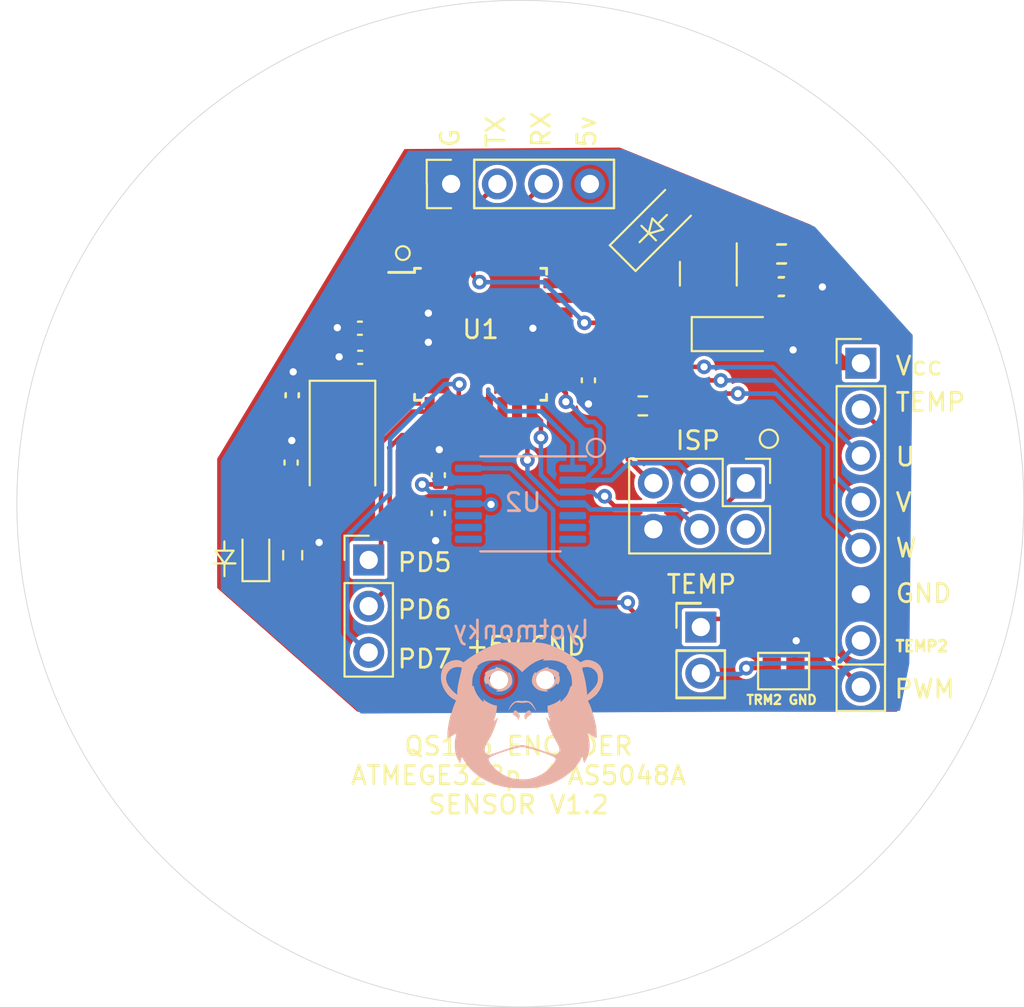
<source format=kicad_pcb>
(kicad_pcb (version 20211014) (generator pcbnew)
  (layers (0 "F.Cu" signal) (31 "B.Cu" signal) (34 "B.Paste" user) (35 "F.Paste" user) (36 "B.SilkS" user "B.Silkscreen") (37 "F.SilkS" user "F.Silkscreen") (38 "B.Mask" user) (39 "F.Mask" user) (44 "Edge.Cuts" user))
  (net 0 "")
  (net 1 "Vcc")
  (net 2 "GND")
  (net 3 "+5V")
  (net 4 "XTAL1")
  (net 5 "XTAL2")
  (net 6 "+3V3")
  (net 7 "Net-(D1-Pad2)")
  (net 8 "Net-(D2-Pad1)")
  (net 9 "MISO")
  (net 11 "SCK")
  (net 12 "MOSI")
  (net 13 "RESET")
  (net 14 "TX")
  (net 15 "RX")
  (net 16 "TRM1")
  (net 17 "TRM2")
  (net 18 "PD5")
  (net 19 "PD6")
  (net 20 "PD7")
  (net 21 "U")
  (net 22 "V")
  (net 23 "W")
  (net 27 "unconnected-(U1-Pad13)")
  (net 28 "SND")
  (net 32 "PWM")
  (net 37 "CS")
  (footprint "Jumper:SolderJumper-2_P1.3mm_Open_Pad1.0x1.5mm" (layer "F.Cu") (at 159.3082 113.7664 180)
    (fp_text reference "JP1" hide)
    (fp_text value "SolderJumper_2_Open")
  )
  (footprint "Capacitor_SMD:C_0402_1005Metric" (layer "F.Cu") (at 140.35 103 90)
    (fp_text reference "C9" hide)
    (fp_text value "10")
  )
  (footprint "Connector_PinHeader_2.54mm:PinHeader_1x04_P2.54mm_Vertical" (layer "F.Cu") (at 141.05 87 90)
    (fp_text reference "J1" hide)
    (fp_text value "Conn_01x04")
  )
  (footprint "Connector_PinHeader_2.54mm:PinHeader_1x08_P2.54mm_Vertical" (layer "F.Cu") (at 163.55 96.85)
    (fp_text reference "J5" hide)
    (fp_text value "Conn_01x08")
  )
  (footprint "LED_SMD:LED_0603_1608Metric" (layer "F.Cu") (at 130.3268 107.3402 90)
    (fp_text reference "D2" hide)
    (fp_text value "RED_LED")
  )
  (footprint "Connector_PinHeader_2.54mm:myPinHeader_1x02_P2.54mm_Vertical" (layer "F.Cu") (at 143.68 114.25 90)
    (fp_text reference "J2" hide)
    (fp_text value "Conn_01x02")
  )
  (footprint "Resistor_SMD:R_0603_1608Metric" (layer "F.Cu") (at 159.2098 90.8344)
    (fp_text reference "R1" hide)
    (fp_text value "100k")
  )
  (footprint "Package_QFP:TQFP-32_7x7mm_P0.8mm" (layer "F.Cu") (at 142.67 95.26)
    (fp_text reference "U1" hide)
    (fp_text value "ATmega328P-AU")
  )
  (footprint "Capacitor_SMD:C_0402_1005Metric" (layer "F.Cu") (at 136.05 96.525 180)
    (fp_text reference "C5" hide)
    (fp_text value "100n")
  )
  (footprint "MountingHole:MountingHole_4.3mm_M4" (layer "F.Cu") (at 156.85 83.75)
    (fp_text reference "REF**" hide)
    (fp_text value "MountingHole_4.3mm_M4")
  )
  (footprint "MountingHole:MountingHole_4.3mm_M4" (layer "F.Cu") (at 120.85 104.56)
    (fp_text reference "REF**" hide)
    (fp_text value "MountingHole_4.3mm_M4")
  )
  (footprint "Capacitor_SMD:C_0402_1005Metric" (layer "F.Cu") (at 148.59 97.79 -90)
    (fp_text reference "C3" hide)
    (fp_text value "100n")
  )
  (footprint "Capacitor_SMD:C_0603_1608Metric" (layer "F.Cu") (at 159.1998 92.6244)
    (fp_text reference "C1" hide)
    (fp_text value "100n")
  )
  (footprint "" (layer "F.Cu") (at 156.84 125.32)
    (fp_text reference "")
    (fp_text value "")
  )
  (footprint "Connector_PinSocket_2.54mm:isp_6pin" (layer "F.Cu") (at 157.2358 106.034 -90)
    (fp_text reference "ISP1" hide)
    (fp_text value "Conn_02x03_Top_Bottom")
  )
  (footprint "Capacitor_SMD:C_0402_1005Metric" (layer "F.Cu") (at 132.3348 98.5994 90)
    (fp_text reference "C6" hide)
    (fp_text value "20p")
  )
  (footprint "Capacitor_Tantalum_SMD:CP_EIA-3216-18_Kemet-A" (layer "F.Cu") (at 156.5748 95.2494)
    (fp_text reference "C2" hide)
    (fp_text value "4.7")
  )
  (footprint "Resistor_SMD:R_0603_1608Metric" (layer "F.Cu") (at 151.575 99.2)
    (fp_text reference "R2" hide)
    (fp_text value "10k")
  )
  (footprint "Capacitor_SMD:C_0402_1005Metric" (layer "F.Cu") (at 132.26 102.3 90)
    (fp_text reference "C7" hide)
    (fp_text value "20p")
  )
  (footprint "Resistor_SMD:R_0603_1608Metric" (layer "F.Cu") (at 132.3498 107.3994 -90)
    (fp_text reference "R3" hide)
    (fp_text value "20k")
  )
  (footprint "Capacitor_SMD:C_0402_1005Metric" (layer "F.Cu") (at 136.04 94.93 180)
    (fp_text reference "C4" hide)
    (fp_text value "100n")
  )
  (footprint "Crystal:Crystal_SMD_5032-2Pin_5.0x3.2mm" (layer "F.Cu") (at 135.0848 100.8644 -90)
    (fp_text reference "Y1" hide)
    (fp_text value "Crystal")
  )
  (footprint "Capacitor_SMD:C_0402_1005Metric" (layer "F.Cu") (at 140.35 105.1 -90)
    (fp_text reference "C8" hide)
    (fp_text value "100n")
  )
  (footprint "Package_TO_SOT_SMD:SOT-23" (layer "F.Cu") (at 155.1748 91.9344 -90)
    (fp_text reference "Q1" hide)
    (fp_text value "Si2319CDS")
  )
  (footprint "Diode_SMD:D_MiniMELF" (layer "F.Cu") (at 152.2748 89.2744 45)
    (fp_text reference "D1" hide)
    (fp_text value "BZV55C6V2")
  )
  (footprint "Connector_PinHeader_2.54mm:PinHeader_1x03_P2.54mm_Vertical" (layer "F.Cu") (at 136.5244 107.66)
    (fp_text reference "J4" hide)
    (fp_text value "Conn_01x03")
  )
  (footprint "Connector_PinHeader_2.54mm:PinHeader_1x02_P2.54mm_Vertical" (layer "F.Cu") (at 154.7616 111.3484)
    (fp_text reference "J3" hide)
    (fp_text value "Conn_01x02_Male")
  )
  (footprint "Package_SO:TSSOP-14_4.4x5mm_P0.65mm" (layer "B.Cu") (at 144.8625 104.575 180)
    (fp_text reference "U2" hide)
    (fp_text value "AS5048A")
  )
  (footprint "431181015816:monkey" (layer "B.Cu") (at 145.03 116.25 180)
    (fp_text reference "G***")
    (fp_text value "LOGO" hide)
  )
  (gr_line (start 144.85 107.19) (end 147.05 107.19) (layer "B.SilkS") (width 0.12))
  (gr_line (start 145.7619 103.95238) (end 145.7619 104.7619) (layer "B.SilkS") (width 0.15))
  (gr_line (start 144.19048 104.14286) (end 144.19048 104.2381) (layer "B.SilkS") (width 0.15))
  (gr_line (start 144.71429 104) (end 144.61905 103.95238) (layer "B.SilkS") (width 0.15))
  (gr_line (start 145.2381 104.85714) (end 145.19048 104.7619) (layer "B.SilkS") (width 0.15))
  (gr_line (start 145.71429 104.85714) (end 145.66667 104.90476) (layer "B.SilkS") (width 0.15))
  (gr_line (start 145.38095 104.95238) (end 145.28571 104.90476) (layer "B.SilkS") (width 0.15))
  (gr_line (start 144.7619 104.04762) (end 144.71429 104) (layer "B.SilkS") (width 0.15))
  (gr_line (start 145.57143 104.95238) (end 145.38095 104.95238) (layer "B.SilkS") (width 0.15))
  (gr_line (start 144.2381 104.04762) (end 144.19048 104.14286) (layer "B.SilkS") (width 0.15))
  (gr_line (start 144.2381 104.38095) (end 144.80952 104.95238) (layer "B.SilkS") (width 0.15))
  (gr_line (start 145.7619 104.7619) (end 145.71429 104.85714) (layer "B.SilkS") (width 0.15))
  (gr_line (start 145.28571 104.90476) (end 145.2381 104.85714) (layer "B.SilkS") (width 0.15))
  (gr_line (start 145.66667 104.90476) (end 145.57143 104.95238) (layer "B.SilkS") (width 0.15))
  (gr_line (start 144.80952 104.95238) (end 144.19048 104.95238) (layer "B.SilkS") (width 0.15))
  (gr_line (start 145.19048 104.7619) (end 145.19048 103.95238) (layer "B.SilkS") (width 0.15))
  (gr_line (start 144.85 101.97) (end 148.45 101.97) (layer "B.SilkS") (width 0.12))
  (gr_circle (center 149 101.5) (end 149.5 101.5) (layer "B.SilkS") (width 0.12) (fill none))
  (gr_line (start 144.61905 103.95238) (end 144.38095 103.95238) (layer "B.SilkS") (width 0.15))
  (gr_line (start 144.19048 104.2381) (end 144.2381 104.38095) (layer "B.SilkS") (width 0.15))
  (gr_line (start 144.85 101.97) (end 142.65 101.97) (layer "B.SilkS") (width 0.12))
  (gr_line (start 144.28571 104) (end 144.2381 104.04762) (layer "B.SilkS") (width 0.15))
  (gr_line (start 144.85 107.19) (end 142.65 107.19) (layer "B.SilkS") (width 0.12))
  (gr_line (start 144.38095 103.95238) (end 144.28571 104) (layer "B.SilkS") (width 0.15))
  (gr_line (start 165.9 97.45238) (end 166.23333 96.45238) (layer "F.SilkS") (width 0.15))
  (gr_line (start 167.56667 96.78571) (end 167.75714 96.78571) (layer "F.SilkS") (width 0.15))
  (gr_line (start 142.38429 95.40476) (end 142.4319 95.35714) (layer "F.SilkS") (width 0.15))
  (gr_line (start 132.62 102.42784) (end 132.62 102.21216) (layer "F.SilkS") (width 0.12))
  (gr_line (start 145.92857 84.2619) (end 145.97619 84.35714) (layer "F.SilkS") (width 0.15))
  (gr_line (start 167.37619 96.97619) (end 167.42381 96.88095) (layer "F.SilkS") (width 0.15))
  (gr_line (start 138.88571 107.34762) (end 138.93333 107.44286) (layer "F.SilkS") (width 0.15))
  (gr_line (start 139.3619 113.55238) (end 139.3619 112.55238) (layer "F.SilkS") (width 0.15))
  (gr_line (start 156.41905 108.5) (end 156.46667 108.54762) (layer "F.SilkS") (width 0.15))
  (gr_line (start 145.9881 112.85238) (end 146.13096 112.80476) (layer "F.SilkS") (width 0.15))
  (gr_line (start 143.34524 112.28095) (end 143.44048 112.23333) (layer "F.SilkS") (width 0.15))
  (gr_line (start 139.98 103.10784) (end 139.98 102.89216) (layer "F.SilkS") (width 0.12))
  (gr_line (start 148.38095 84.73809) (end 148.33333 84.64286) (layer "F.SilkS") (width 0.15))
  (gr_line (start 167.01429 112.07143) (end 167.01429 112.67143) (layer "F.SilkS") (width 0.15))
  (gr_line (start 138.88571 110.27595) (end 138.8381 110.32357) (layer "F.SilkS") (width 0.15))
  (gr_line (start 166.61429 112.07143) (end 166.81429 112.5) (layer "F.SilkS") (width 0.15))
  (gr_line (start 166.9 97.45238) (end 166.70952 97.45238) (layer "F.SilkS") (width 0.15))
  (gr_line (start 162.225 98.105) (end 164.885 98.105) (layer "F.SilkS") (width 0.12))
  (gr_line (start 167.87143 112.12857) (end 167.9 112.1) (layer "F.SilkS") (width 0.15))
  (gr_line (start 139.88571 113.31429) (end 139.8381 113.40952) (layer "F.SilkS") (width 0.15))
  (gr_line (start 143.44048 112.23333) (end 143.67857 112.23333) (layer "F.SilkS") (width 0.15))
  (gr_line (start 148.33333 84.40476) (end 148.38095 84.30952) (layer "F.SilkS") (width 0.15))
  (gr_line (start 139.3619 107.25238) (end 139.6 107.25238) (layer "F.SilkS") (width 0.15))
  (gr_line (start 145.60715 112.09048) (end 145.55953 112.28095) (layer "F.SilkS") (width 0.15))
  (gr_line (start 153.42 112.66) (end 156.08 112.66) (layer "F.SilkS") (width 0.12))
  (gr_line (start 139.3619 112.55238) (end 139.6 112.55238) (layer "F.SilkS") (width 0.15))
  (gr_line (start 139.88571 110.60929) (end 139.8381 110.70452) (layer "F.SilkS") (width 0.15))
  (gr_line (start 155.05238 100.55238) (end 155.43333 100.55238) (layer "F.SilkS") (width 0.15))
  (gr_line (start 166.23333 109.90476) (end 166.28095 109.85714) (layer "F.SilkS") (width 0.15))
  (gr_line (start 165.85238 109) (end 165.75714 109.09524) (layer "F.SilkS") (width 0.15))
  (gr_line (start 128.6 108.55) (end 128.6 107.85) (layer "F.SilkS") (width 0.12))
  (gr_line (start 166.94762 99.45238) (end 166.47143 99.45238) (layer "F.SilkS") (width 0.15))
  (gr_line (start 167.75714 109.95238) (end 167.75714 108.95238) (layer "F.SilkS") (width 0.15))
  (gr_line (start 168.23333 109.80952) (end 168.1381 109.90476) (layer "F.SilkS") (width 0.15))
  (gr_line (start 138.88571 107.68095) (end 138.8381 107.72857) (layer "F.SilkS") (width 0.15))
  (gr_line (start 168.9 98.97619) (end 168.51905 98.97619) (layer "F.SilkS") (width 0.15))
  (gr_line (start 159.02942 92.15) (end 159.31058 92.15) (layer "F.SilkS") (width 0.12))
  (gr_line (start 138.88571 109.94262) (end 138.93333 110.03786) (layer "F.SilkS") (width 0.15))
  (gr_line (start 143.82143 111.85238) (end 143.34524 111.85238) (layer "F.SilkS") (width 0.15))
  (gr_line (start 154.24286 100.55238) (end 154.48095 100.55238) (layer "F.SilkS") (width 0.15))
  (gr_line (start 139.93333 110.41881) (end 139.88571 110.60929) (layer "F.SilkS") (width 0.15))
  (gr_line (start 167.75714 96.78571) (end 167.85238 96.83333) (layer "F.SilkS") (width 0.15))
  (gr_line (start 140.45238 84.30952) (end 140.45238 84.45238) (layer "F.SilkS") (width 0.15))
  (gr_line (start 146.17857 112.42381) (end 145.9881 112.42381) (layer "F.SilkS") (width 0.15))
  (gr_line (start 148.95238 83.64286) (end 148.28571 83.40476) (layer "F.SilkS") (width 0.15))
  (gr_line (start 166.1381 108.95238) (end 165.99524 108.95238) (layer "F.SilkS") (width 0.15))
  (gr_line (start 143.00333 94.69048) (end 142.9081 94.7381) (layer "F.SilkS") (width 0.15))
  (gr_line (start 142.28905 95.45238) (end 142.38429 95.40476) (layer "F.SilkS") (width 0.15))
  (gr_line (start 139.3619 108.25238) (end 139.3619 107.25238) (layer "F.SilkS") (width 0.15))
  (gr_line (start 139.93333 113.12381) (end 139.88571 113.31429) (layer "F.SilkS") (width 0.15))
  (gr_line (start 166.61429 96.83333) (end 166.70952 96.78571) (layer "F.SilkS") (width 0.15))
  (gr_line (start 155.57619 100.98095) (end 155.52857 101.02857) (layer "F.SilkS") (width 0.15))
  (gr_line (start 167.47143 96.83333) (end 167.56667 96.78571) (layer "F.SilkS") (width 0.15))
  (gr_line (start 166.07143 112.67143) (end 166.07143 112.07143) (layer "F.SilkS") (width 0.15))
  (gr_line (start 138.3619 109.84738) (end 138.74286 109.84738) (layer "F.SilkS") (width 0.15))
  (gr_line (start 139.045 91.86) (end 137.62 91.86) (layer "F.SilkS") (width 0.15))
  (gr_line (start 147.17857 112.85238) (end 147.17857 111.85238) (layer "F.SilkS") (width 0.15))
  (gr_line (start 165.75714 109.09524) (end 165.70952 109.19048) (layer "F.SilkS") (width 0.15))
  (gr_line (start 146.13096 112.80476) (end 146.17857 112.75714) (layer "F.SilkS") (width 0.15))
  (gr_line (start 167.28095 109.95238) (end 167.28095 108.95238) (layer "F.SilkS") (width 0.15))
  (gr_line (start 148.90476 84.73809) (end 148.85714 84.78571) (layer "F.SilkS") (width 0.15))
  (gr_line (start 139.71 85.675) (end 141.04 85.675) (layer "F.SilkS") (width 0.12))
  (gr_line (start 148.42857 84.2619) (end 148.52381 84.21429) (layer "F.SilkS") (width 0.15))
  (gr_line (start 155.62381 100.74286) (end 155.62381 100.88571) (layer "F.SilkS") (width 0.15))
  (gr_line (start 168.51905 99.45238) (end 168.51905 98.45238) (layer "F.SilkS") (width 0.15))
  (gr_line (start 139.93333 107.68095) (end 139.93333 107.82381) (layer "F.SilkS") (width 0.15))
  (gr_line (start 140.31429 110.27595) (end 140.31429 110.6569) (layer "F.SilkS") (width 0.15))
  (gr_circle (center 138.4 90.8) (end 138.78 90.8) (layer "F.SilkS") (width 0.12) (fill none))
  (gr_line (start 154.14762 100.6) (end 154.24286 100.55238) (layer "F.SilkS") (width 0.15))
  (gr_line (start 167.61429 112.32857) (end 167.58571 112.35714) (layer "F.SilkS") (width 0.15))
  (gr_line (start 166.28095 102.2619) (end 166.28095 101.45238) (layer "F.SilkS") (width 0.15))
  (gr_line (start 153.89524 108.45238) (end 154.37143 108.45238) (layer "F.SilkS") (width 0.15))
  (gr_line (start 155.52857 100.6) (end 155.57619 100.64762) (layer "F.SilkS") (width 0.15))
  (gr_line (start 147.89286 111.85238) (end 148.03572 111.9) (layer "F.SilkS") (width 0.15))
  (gr_line (start 148.22619 112.42381) (end 148.17857 112.61429) (layer "F.SilkS") (width 0.15))
  (gr_line (start 151.9 89.7) (end 151.5 89.3) (layer "F.SilkS") (width 0.12))
  (gr_line (start 145.78571 84.16667) (end 145.88095 84.21429) (layer "F.SilkS") (width 0.15))
  (gr_line (start 167.42381 96.88095) (end 167.47143 96.83333) (layer "F.SilkS") (width 0.15))
  (gr_line (start 142.4319 95.35714) (end 142.47952 95.2619) (layer "F.SilkS") (width 0.15))
  (gr_line (start 140.88571 110.6569) (end 140.88571 110.41881) (layer "F.SilkS") (width 0.15))
  (gr_line (start 153.42 112.66) (end 153.42 115.26) (layer "F.SilkS") (width 0.12))
  (gr_line (start 143.29762 112.32857) (end 143.34524 112.28095) (layer "F.SilkS") (width 0.15))
  (gr_line (start 148.03572 111.9) (end 148.13096 111.99524) (layer "F.SilkS") (width 0.15))
  (gr_line (start 145.5 84.2619) (end 145.54762 84.21429) (layer "F.SilkS") (width 0.15))
  (gr_line (start 143.77381 112.28095) (end 143.82143 112.32857) (layer "F.SilkS") (width 0.15))
  (gr_line (start 144.15476 111.85238) (end 144.4881 112.85238) (layer "F.SilkS") (width 0.15))
  (gr_line (start 153.89524 109.45238) (end 153.89524 108.45238) (layer "F.SilkS") (width 0.15))
  (gr_line (start 128.6 106.65) (end 128.6 107.15) (layer "F.SilkS") (width 0.12))
  (gr_line (start 145.75 111.9) (end 145.65476 111.99524) (layer "F.SilkS") (width 0.15))
  (gr_line (start 162.225 113.405) (end 164.885 113.405) (layer "F.SilkS") (width 0.12))
  (gr_line (start 140.7 104.98216) (end 140.7 105.19784) (layer "F.SilkS") (width 0.12))
  (gr_line (start 146.60715 112.85238) (end 146.60715 111.85238) (layer "F.SilkS") (width 0.15))
  (gr_line (start 148.17857 112.09048) (end 148.22619 112.28095) (layer "F.SilkS") (width 0.15))
  (gr_line (start 167.64286 112.18571) (end 167.64286 112.27143) (layer "F.SilkS") (width 0.15))
  (gr_line (start 140.8381 110.75214) (end 140.88571 110.6569) (layer "F.SilkS") (width 0.15))
  (gr_line (start 166.51905 96.97619) (end 166.56667 96.88095) (layer "F.SilkS") (width 0.15))
  (gr_line (start 148.38095 84.30952) (end 148.42857 84.2619) (layer "F.SilkS") (width 0.15))
  (gr_line (start 166.51905 97.2619) (end 166.51905 96.97619) (layer "F.SilkS") (width 0.15))
  (gr_line (start 140.45714 109.94262) (end 140.3619 110.08548) (layer "F.SilkS") (width 0.15))
  (gr_line (start 143.82143 112.75714) (end 143.77381 112.80476) (layer "F.SilkS") (width 0.15))
  (gr_line (start 166.56667 97.35714) (end 166.51905 97.2619) (layer "F.SilkS") (width 0.15))
  (gr_line (start 154.37143 109.45238) (end 153.89524 109.45238) (layer "F.SilkS") (width 0.15))
  (gr_line (start 168.1381 109.90476) (end 167.99524 109.95238) (layer "F.SilkS") (width 0.15))
  (gr_line (start 139.93333 107.82381) (end 139.88571 108.01429) (layer "F.SilkS") (width 0.15))
  (gr_line (start 128.6 107.15) (end 128.6 106.65) (layer "F.SilkS") (width 0.12))
  (gr_line (start 140.5 84.21429) (end 140.45238 84.30952) (layer "F.SilkS") (width 0.15))
  (gr_line (start 167.37619 98.45238) (end 167.70952 99.16667) (layer "F.SilkS") (width 0.15))
  (gr_line (start 156.32381 108.97619) (end 155.94286 108.97619) (layer "F.SilkS") (width 0.15))
  (gr_line (start 146.45238 84.16667) (end 145.97619 84.5) (layer "F.SilkS") (width 0.15))
  (gr_line (start 148.90476 84.30952) (end 148.95238 84.40476) (layer "F.SilkS") (width 0.15))
  (gr_line (start 148.22619 112.28095) (end 148.22619 112.42381) (layer "F.SilkS") (width 0.15))
  (gr_line (start 140.3619 107.25238) (end 140.31429 107.72857) (layer "F.SilkS") (width 0.15))
  (gr_line (start 167.37619 97.2619) (end 167.37619 96.97619) (layer "F.SilkS") (width 0.15))
  (gr_line (start 140.8381 107.25238) (end 140.3619 107.25238) (layer "F.SilkS") (width 0.15))
  (gr_line (start 140.26667 112.55238) (end 140.93333 112.55238) (layer "F.SilkS") (width 0.15))
  (gr_line (start 166.70952 97.45238) (end 166.61429 97.40476) (layer "F.SilkS") (width 0.15))
  (gr_line (start 136.14784 94.57) (end 135.93216 94.57) (layer "F.SilkS") (width 0.12))
  (gr_line (start 139.3619 110.84738) (end 139.3619 109.84738) (layer "F.SilkS") (width 0.15))
  (gr_line (start 143.34524 112.80476) (end 143.29762 112.75714) (layer "F.SilkS") (width 0.15))
  (gr_line (start 165.70952 109.71429) (end 165.75714 109.80952) (layer "F.SilkS") (width 0.15))
  (gr_line (start 140.69524 107.63333) (end 140.79048 107.68095) (layer "F.SilkS") (width 0.15))
  (gr_line (start 141.45238 84.35714) (end 141.40476 84.21429) (layer "F.SilkS") (width 0.15))
  (gr_line (start 139.6 107.25238) (end 139.74286 107.3) (layer "F.SilkS") (width 0.15))
  (gr_line (start 143.47952 95.45238) (end 142.9081 95.45238) (layer "F.SilkS") (width 0.15))
  (gr_line (start 145.55953 112.42381) (end 145.60715 112.61429) (layer "F.SilkS") (width 0.15))
  (gr_line (start 167.56667 97.45238) (end 167.47143 97.40476) (layer "F.SilkS") (width 0.15))
  (gr_line (start 140.3619 110.08548) (end 140.31429 110.27595) (layer "F.SilkS") (width 0.15))
  (gr_line (start 167.3 112.67143) (end 167.3 112.07143) (layer "F.SilkS") (width 0.15))
  (gr_line (start 166.47143 98.92857) (end 166.80476 98.92857) (layer "F.SilkS") (width 0.15))
  (gr_line (start 165.52857 112.07143) (end 165.87143 112.07143) (layer "F.SilkS") (width 0.15))
  (gr_line (start 168.32857 109.38095) (end 168.32857 109.52381) (layer "F.SilkS") (width 0.15))
  (gr_line (start 142.31 85.675) (end 149.99 85.675) (layer "F.SilkS") (width 0.12))
  (gr_line (start 166.35714 112.67143) (end 166.07143 112.67143) (layer "F.SilkS") (width 0.15))
  (gr_line (start 138.74286 112.55238) (end 138.8381 112.6) (layer "F.SilkS") (width 0.15))
  (gr_line (start 168.51905 98.45238) (end 168.9 98.45238) (layer "F.SilkS") (width 0.15))
  (gr_line (start 166.23333 107.45238) (end 166.47143 106.45238) (layer "F.SilkS") (width 0.15))
  (gr_line (start 164.885 98.105) (end 164.885 113.405) (layer "F.SilkS") (width 0.12))
  (gr_line (start 167.75714 108.95238) (end 167.99524 108.95238) (layer "F.SilkS") (width 0.15))
  (gr_line (start 168.99524 98.5) (end 169.04286 98.54762) (layer "F.SilkS") (width 0.15))
  (gr_line (start 146.03572 111.85238) (end 145.89286 111.85238) (layer "F.SilkS") (width 0.15))
  (gr_line (start 156.41905 108.92857) (end 156.32381 108.97619) (layer "F.SilkS") (width 0.15))
  (gr_line (start 167.75714 97.45238) (end 167.56667 97.45238) (layer "F.SilkS") (width 0.15))
  (gr_line (start 148.52381 84.21429) (end 148.7619 84.21429) (layer "F.SilkS") (width 0.15))
  (gr_line (start 142.95238 84.88095) (end 142.95238 84.30952) (layer "F.SilkS") (width 0.15))
  (gr_line (start 166.07143 112.35714) (end 166.27143 112.35714) (layer "F.SilkS") (width 0.15))
  (gr_line (start 143.95238 84.59524) (end 142.95238 84.59524) (layer "F.SilkS") (width 0.15))
  (gr_line (start 154.8 108.45238) (end 155.13333 109.16667) (layer "F.SilkS") (width 0.15))
  (gr_line (start 140.40952 110.27595) (end 140.3619 110.32357) (layer "F.SilkS") (width 0.15))
  (gr_line (start 139.6 109.84738) (end 139.74286 109.895) (layer "F.SilkS") (width 0.15))
  (gr_line (start 144.4881 112.85238) (end 144.82143 111.85238) (layer "F.SilkS") (width 0.15))
  (gr_line (start 166.70952 96.78571) (end 166.9 96.78571) (layer "F.SilkS") (width 0.15))
  (gr_line (start 138.74286 110.37119) (end 138.3619 110.37119) (layer "F.SilkS") (width 0.15))
  (gr_line (start 138.8381 113.02857) (end 138.74286 113.07619) (layer "F.SilkS") (width 0.15))
  (gr_line (start 148.03572 112.80476) (end 147.89286 112.85238) (layer "F.SilkS") (width 0.15))
  (gr_line (start 168.18571 112.32857) (end 167.84286 112.67143) (layer "F.SilkS") (width 0.15))
  (gr_line (start 142.31 88.335) (end 149.99 88.335) (layer "F.SilkS") (width 0.12))
  (gr_line (start 145.45238 84.7381) (end 145.45238 84.35714) (layer "F.SilkS") (width 0.15))
  (gr_line (start 159.02942 93.17) (end 159.31058 93.17) (layer "F.SilkS") (width 0.12))
  (gr_line (start 169.09048 98.78571) (end 169.04286 98.88095) (layer "F.SilkS") (width 0.15))
  (gr_line (start 151.33774 99.7125) (end 151.81226 99.7125) (layer "F.SilkS") (width 0.12))
  (gr_line (start 140.31429 107.72857) (end 140.3619 107.68095) (layer "F.SilkS") (width 0.15))
  (gr_line (start 154.24286 101.02857) (end 154.14762 100.98095) (layer "F.SilkS") (width 0.15))
  (gr_line (start 167.99524 109.95238) (end 167.75714 109.95238) (layer "F.SilkS") (width 0.15))
  (gr_line (start 139.88571 108.01429) (end 139.8381 108.10952) (layer "F.SilkS") (width 0.15))
  (gr_line (start 140.88571 108.0619) (end 140.8381 108.15714) (layer "F.SilkS") (width 0.15))
  (gr_line (start 166.23333 109) (end 166.1381 108.95238) (layer "F.SilkS") (width 0.15))
  (gr_line (start 145.64286 84.16667) (end 145.78571 84.16667) (layer "F.SilkS") (width 0.15))
  (gr_line (start 139.6 113.55238) (end 139.3619 113.55238) (layer "F.SilkS") (width 0.15))
  (gr_line (start 151.9 89.7) (end 152.1 88.9) (layer "F.SilkS") (width 0.12))
  (gr_line (start 168.1 112.07143) (end 168.15714 112.1) (layer "F.SilkS") (width 0.15))
  (gr_line (start 154.05238 100.74286) (end 154.1 100.64762) (layer "F.SilkS") (width 0.15))
  (gr_line (start 169.04286 98.88095) (end 168.99524 98.92857) (layer "F.SilkS") (width 0.15))
  (gr_line (start 155.46667 108.45238) (end 155.46667 109.45238) (layer "F.SilkS") (width 0.15))
  (gr_line (start 168.1381 109) (end 168.23333 109.09524) (layer "F.SilkS") (width 0.15))
  (gr_line (start 139.045 98.885) (end 139.37 98.885) (layer "F.SilkS") (width 0.15))
  (gr_line (start 148.13096 111.99524) (end 148.17857 112.09048) (layer "F.SilkS") (width 0.15))
  (gr_line (start 154.43333 101.07619) (end 154.24286 101.02857) (layer "F.SilkS") (width 0.15))
  (gr_line (start 168.18571 112.12857) (end 168.21429 112.18571) (layer "F.SilkS") (width 0.15))
  (gr_line (start 142.95238 84.07143) (end 143.95238 83.40476) (layer "F.SilkS") (width 0.15))
  (gr_line (start 139.6 112.55238) (end 139.74286 112.6) (layer "F.SilkS") (width 0.15))
  (gr_line (start 146.17857 112.75714) (end 146.17857 112.42381) (layer "F.SilkS") (width 0.15))
  (gr_line (start 138.8381 110.32357) (end 138.74286 110.37119) (layer "F.SilkS") (width 0.15))
  (gr_line (start 151.33774 98.6675) (end 151.81226 98.6675) (layer "F.SilkS") (width 0.12))
  (gr_line (start 152.3 90.1) (end 151.9 89.7) (layer "F.SilkS") (width 0.12))
  (gr_line (start 167.61429 112.12857) (end 167.64286 112.18571) (layer "F.SilkS") (width 0.15))
  (gr_line (start 143.44048 112.85238) (end 143.34524 112.80476) (layer "F.SilkS") (width 0.15))
  (gr_line (start 167.58571 112.35714) (end 167.52857 112.38571) (layer "F.SilkS") (width 0.15))
  (gr_line (start 153.89524 108.92857) (end 154.22857 108.92857) (layer "F.SilkS") (width 0.15))
  (gr_line (start 140.59524 84.69048) (end 140.69048 84.73809) (layer "F.SilkS") (width 0.15))
  (gr_line (start 168.32857 109.52381) (end 168.28095 109.71429) (layer "F.SilkS") (width 0.15))
  (gr_line (start 139.74286 110.79976) (end 139.6 110.84738) (layer "F.SilkS") (width 0.15))
  (gr_line (start 140.3619 110.75214) (end 140.40952 110.79976) (layer "F.SilkS") (width 0.15))
  (gr_line (start 138.74286 107.25238) (end 138.8381 107.3) (layer "F.SilkS") (width 0.15))
  (gr_line (start 145.89286 111.85238) (end 145.75 111.9) (layer "F.SilkS") (width 0.15))
  (gr_line (start 166.61429 112.67143) (end 166.61429 112.07143) (layer "F.SilkS") (width 0.15))
  (gr_line (start 165.7 112.67143) (end 165.7 112.07143) (layer "F.SilkS") (width 0.15))
  (gr_line (start 154.1 100.64762) (end 154.14762 100.6) (layer "F.SilkS") (width 0.15))
  (gr_line (start 146.45238 84.7381) (end 145.45238 84.7381) (layer "F.SilkS") (width 0.15))
  (gr_line (start 145.75 112.80476) (end 145.89286 112.85238) (layer "F.SilkS") (width 0.15))
  (gr_line (start 138.3619 112.55238) (end 138.74286 112.55238) (layer "F.SilkS") (width 0.15))
  (gr_line (start 145.55953 112.28095) (end 145.55953 112.42381) (layer "F.SilkS") (width 0.15))
  (gr_line (start 147.89286 112.85238) (end 147.65476 112.85238) (layer "F.SilkS") (width 0.15))
  (gr_line (start 165.99524 109.95238) (end 166.09048 109.95238) (layer "F.SilkS") (width 0.15))
  (gr_line (start 155.13333 109.16667) (end 155.46667 108.45238) (layer "F.SilkS") (width 0.15))
  (gr_line (start 145.45238 83.83333) (end 146.45238 83.16667) (layer "F.SilkS") (width 0.15))
  (gr_line (start 139.74286 107.3) (end 139.8381 107.39524) (layer "F.SilkS") (width 0.15))
  (gr_line (start 139.74286 113.50476) (end 139.6 113.55238) (layer "F.SilkS") (width 0.15))
  (gr_line (start 140.79048 110.79976) (end 140.8381 110.75214) (layer "F.SilkS") (width 0.15))
  (gr_line (start 141.35714 84.16667) (end 141.02381 84.16667) (layer "F.SilkS") (width 0.15))
  (gr_line (start 139.8381 113.40952) (end 139.74286 113.50476) (layer "F.SilkS") (width 0.15))
  (gr_line (start 166.18571 102.40476) (end 166.23333 102.35714) (layer "F.SilkS") (width 0.15))
  (gr_line (start 138.93333 110.18071) (end 138.88571 110.27595) (layer "F.SilkS") (width 0.15))
  (gr_line (start 145.65476 112.70952) (end 145.75 112.80476) (layer "F.SilkS") (width 0.15))
  (gr_line (start 166.9 96.78571) (end 166.99524 96.83333) (layer "F.SilkS") (width 0.15))
  (gr_line (start 141.40476 84.59524) (end 141.45238 84.45238) (layer "F.SilkS") (width 0.15))
  (gr_line (start 145.89286 112.85238) (end 145.9881 112.85238) (layer "F.SilkS") (width 0.15))
  (gr_line (start 154.05238 101.50476) (end 154.19524 101.55238) (layer "F.SilkS") (width 0.15))
  (gr_line (start 136.16784 96.17) (end 135.95216 96.17) (layer "F.SilkS") (width 0.12))
  (gr_line (start 141.30952 84.69048) (end 141.40476 84.59524) (layer "F.SilkS") (width 0.15))
  (gr_line (start 143.67857 112.85238) (end 143.44048 112.85238) (layer "F.SilkS") (width 0.15))
  (gr_line (start 140.6 109.84738) (end 140.50476 109.895) (layer "F.SilkS") (width 0.15))
  (gr_line (start 165.56667 96.45238) (end 165.9 97.45238) (layer "F.SilkS") (width 0.15))
  (gr_line (start 156.46667 108.88095) (end 156.41905 108.92857) (layer "F.SilkS") (width 0.15))
  (gr_line (start 148.7619 84.21429) (end 148.85714 84.2619) (layer "F.SilkS") (width 0.15))
  (gr_line (start 165.85238 109.90476) (end 165.99524 109.95238) (layer "F.SilkS") (width 0.15))
  (gr_line (start 167.47143 97.40476) (end 167.42381 97.35714) (layer "F.SilkS") (width 0.15))
  (gr_line (start 141.9081 95.2619) (end 141.95571 95.35714) (layer "F.SilkS") (width 0.15))
  (gr_line (start 139.045 98.885) (end 139.045 98.56) (layer "F.SilkS") (width 0.15))
  (gr_line (start 166.28095 109.52381) (end 166.09048 109.52381) (layer "F.SilkS") (width 0.15))
  (gr_line (start 138.3619 107.25238) (end 138.74286 107.25238) (layer "F.SilkS") (width 0.15))
  (gr_line (start 140.88095 84.78571) (end 141.02381 84.78571) (layer "F.SilkS") (width 0.15))
  (gr_line (start 131.95 98.72784) (end 131.95 98.51216) (layer "F.SilkS") (width 0.12))
  (gr_line (start 139.98 104.98216) (end 139.98 105.19784) (layer "F.SilkS") (width 0.12))
  (gr_line (start 139.8381 107.39524) (end 139.88571 107.49048) (layer "F.SilkS") (width 0.15))
  (gr_line (start 168.28095 109.71429) (end 168.23333 109.80952) (layer "F.SilkS") (width 0.15))
  (gr_line (start 139.045 91.635) (end 139.045 91.86) (layer "F.SilkS") (width 0.15))
  (gr_line (start 146.295 91.635) (end 145.97 91.635) (layer "F.SilkS") (width 0.15))
  (gr_line (start 165.75714 102.35714) (end 165.80476 102.40476) (layer "F.SilkS") (width 0.15))
  (gr_line (start 167.52857 112.38571) (end 167.3 112.38571) (layer "F.SilkS") (width 0.15))
  (gr_line (start 153.42 110.06) (end 154.75 110.06) (layer "F.SilkS") (width 0.12))
  (gr_line (start 158.94774 91.3825) (end 159.42226 91.3825) (layer "F.SilkS") (width 0.12))
  (gr_line (start 139.8381 112.69524) (end 139.88571 112.79048) (layer "F.SilkS") (width 0.15))
  (gr_line (start 143.19381 94.45238) (end 143.09857 94.59524) (layer "F.SilkS") (width 0.15))
  (gr_line (start 139.93333 110.27595) (end 139.93333 110.41881) (layer "F.SilkS") (width 0.15))
  (gr_line (start 156.08 112.66) (end 156.08 115.26) (layer "F.SilkS") (width 0.12))
  (gr_line (start 139.93333 112.98095) (end 139.93333 113.12381) (layer "F.SilkS") (width 0.15))
  (gr_line (start 141.95571 95.35714) (end 142.00333 95.40476) (layer "F.SilkS") (width 0.15))
  (gr_line (start 166.47143 99.45238) (end 166.47143 98.45238) (layer "F.SilkS") (width 0.15))
  (gr_line (start 141.02381 84.78571) (end 141.21429 84.73809) (layer "F.SilkS") (width 0.15))
  (gr_line (start 148.42857 84.78571) (end 148.38095 84.73809) (layer "F.SilkS") (width 0.15))
  (gr_line (start 168.04286 98.45238) (end 168.04286 99.45238) (layer "F.SilkS") (width 0.15))
  (gr_line (start 145.54762 84.21429) (end 145.64286 84.16667) (layer "F.SilkS") (width 0.15))
  (gr_line (start 155.43333 101.07619) (end 155.05238 101.07619) (layer "F.SilkS") (width 0.15))
  (gr_line (start 166.70952 109.95238) (end 166.70952 108.95238) (layer "F.SilkS") (width 0.15))
  (gr_line (start 148.17857 112.61429) (end 148.13096 112.70952) (layer "F.SilkS") (width 0.15))
  (gr_line (start 154.57619 101.45714) (end 154.62381 101.3619) (layer "F.SilkS") (width 0.15))
  (gr_line (start 140.79048 108.20476) (end 140.69524 108.25238) (layer "F.SilkS") (width 0.15))
  (gr_line (start 131.9 102.42784) (end 131.9 102.21216) (layer "F.SilkS") (width 0.12))
  (gr_line (start 167.99524 108.95238) (end 168.1381 109) (layer "F.SilkS") (width 0.15))
  (gr_line (start 138.8381 112.6) (end 138.88571 112.64762) (layer "F.SilkS") (width 0.15))
  (gr_line (start 140.7 103.10784) (end 140.7 102.89216) (layer "F.SilkS") (width 0.12))
  (gr_line (start 145.65476 111.99524) (end 145.60715 112.09048) (layer "F.SilkS") (width 0.15))
  (gr_line (start 148.85714 84.2619) (end 148.90476 84.30952) (layer "F.SilkS") (width 0.15))
  (gr_line (start 148.95238 84.40476) (end 148.95238 84.64286) (layer "F.SilkS") (width 0.15))
  (gr_line (start 143.77381 112.80476) (end 143.67857 112.85238) (layer "F.SilkS") (width 0.15))
  (gr_line (start 166.70952 108.95238) (end 167.28095 109.95238) (layer "F.SilkS") (width 0.15))
  (gr_line (start 141.40476 84.21429) (end 141.35714 84.16667) (layer "F.SilkS") (width 0.15))
  (gr_line (start 154.1 100.93333) (end 154.05238 100.8381) (layer "F.SilkS") (width 0.15))
  (gr_line (start 140.79048 109.84738) (end 140.6 109.84738) (layer "F.SilkS") (width 0.15))
  (gr_line (start 140.45714 108.25238) (end 140.3619 108.20476) (layer "F.SilkS") (width 0.15))
  (gr_line (start 155.94286 109.45238) (end 155.94286 108.45238) (layer "F.SilkS") (width 0.15))
  (gr_line (start 145.60715 112.61429) (end 145.65476 112.70952) (layer "F.SilkS") (width 0.15))
  (gr_line (start 138.93333 107.44286) (end 138.93333 107.58571) (layer "F.SilkS") (width 0.15))
  (gr_line (start 138.93333 110.03786) (end 138.93333 110.18071) (layer "F.SilkS") (width 0.15))
  (gr_line (start 146.295 91.635) (end 146.295 91.96) (layer "F.SilkS") (width 0.15))
  (gr_line (start 139.6 110.84738) (end 139.3619 110.84738) (layer "F.SilkS") (width 0.15))
  (gr_line (start 142.10715 112.47143) (end 142.86905 112.47143) (layer "F.SilkS") (width 0.15))
  (gr_line (start 140.5 84.59524) (end 140.59524 84.69048) (layer "F.SilkS") (width 0.15))
  (gr_line (start 167.95714 112.07143) (end 168.1 112.07143) (layer "F.SilkS") (width 0.15))
  (gr_line (start 138.3619 110.84738) (end 138.3619 109.84738) (layer "F.SilkS") (width 0.15))
  (gr_line (start 165.99524 108.95238) (end 165.85238 109) (layer "F.SilkS") (width 0.15))
  (gr_line (start 138.93333 112.88571) (end 138.88571 112.98095) (layer "F.SilkS") (width 0.15))
  (gr_line (start 128.1 107.15) (end 128.6 107.85) (layer "F.SilkS") (width 0.12))
  (gr_line (start 128.1 107.15) (end 129.1 107.15) (layer "F.SilkS") (width 0.12))
  (gr_line (start 139.88571 112.79048) (end 139.93333 112.98095) (layer "F.SilkS") (width 0.15))
  (gr_line (start 138.8381 107.3) (end 138.88571 107.34762) (layer "F.SilkS") (width 0.15))
  (gr_line (start 147.95238 84.73809) (end 148.42857 84.78571) (layer "F.SilkS") (width 0.15))
  (gr_line (start 140.50476 110.84738) (end 140.69524 110.84738) (layer "F.SilkS") (width 0.15))
  (gr_line (start 136.14784 95.29) (end 135.93216 95.29) (layer "F.SilkS") (width 0.12))
  (gr_line (start 140.93333 112.55238) (end 140.50476 113.55238) (layer "F.SilkS") (width 0.15))
  (gr_line (start 146.13096 111.9) (end 146.03572 111.85238) (layer "F.SilkS") (width 0.15))
  (gr_line (start 148.28571 83.88095) (end 148.95238 83.64286) (layer "F.SilkS") (width 0.15))
  (gr_line (start 142.09857 95.45238) (end 142.28905 95.45238) (layer "F.SilkS") (width 0.15))
  (gr_line (start 167.64286 112.27143) (end 167.61429 112.32857) (layer "F.SilkS") (width 0.15))
  (gr_line (start 154.57619 101.17143) (end 154.52857 101.12381) (layer "F.SilkS") (width 0.15))
  (gr_line (start 156.46667 108.54762) (end 156.51429 108.64286) (layer "F.SilkS") (width 0.15))
  (gr_line (start 141.45238 84.45238) (end 141.45238 84.35714) (layer "F.SilkS") (width 0.15))
  (gr_line (start 167.85238 97.40476) (end 167.75714 97.45238) (layer "F.SilkS") (width 0.15))
  (gr_line (start 143.09857 94.59524) (end 143.00333 94.69048) (layer "F.SilkS") (width 0.15))
  (gr_line (start 166.47143 98.45238) (end 166.94762 98.45238) (layer "F.SilkS") (width 0.15))
  (gr_line (start 128 107.85) (end 129.2 107.85) (layer "F.SilkS") (width 0.12))
  (gr_line (start 139.8381 109.99024) (end 139.88571 110.08548) (layer "F.SilkS") (width 0.15))
  (gr_line (start 138.74286 113.07619) (end 138.3619 113.07619) (layer "F.SilkS") (width 0.15))
  (gr_line (start 140.3619 108.20476) (end 140.31429 108.15714) (layer "F.SilkS") (width 0.15))
  (gr_line (start 143.67857 112.23333) (end 143.77381 112.28095) (layer "F.SilkS") (width 0.15))
  (gr_line (start 145.45238 83.16667) (end 146.45238 83.83333) (layer "F.SilkS") (width 0.15))
  (gr_line (start 143.86905 112.42381) (end 143.86905 112.6619) (layer "F.SilkS") (width 0.15))
  (gr_line (start 165.70952 102.2619) (end 165.75714 102.35714) (layer "F.SilkS") (width 0.15))
  (gr_line (start 152.1 88.9) (end 152.7 89.5) (layer "F.SilkS") (width 0.12))
  (gr_line (start 142.95238 83.40476) (end 143.95238 84.07143) (layer "F.SilkS") (width 0.15))
  (gr_line (start 153.42 115.26) (end 156.08 115.26) (layer "F.SilkS") (width 0.12))
  (gr_line (start 140.31429 110.6569) (end 140.3619 110.75214) (layer "F.SilkS") (width 0.15))
  (gr_line (start 158.94774 90.3375) (end 159.42226 90.3375) (layer "F.SilkS") (width 0.12))
  (gr_line (start 147.65476 112.85238) (end 147.65476 111.85238) (layer "F.SilkS") (width 0.15))
  (gr_line (start 138.88571 112.98095) (end 138.8381 113.02857) (layer "F.SilkS") (width 0.15))
  (gr_line (start 168.15714 112.1) (end 168.18571 112.12857) (layer "F.SilkS") (width 0.15))
  (gr_line (start 167.3 112.07143) (end 167.52857 112.07143) (layer "F.SilkS") (width 0.15))
  (gr_line (start 142.4881 112.85238) (end 142.4881 112.09048) (layer "F.SilkS") (width 0.15))
  (gr_line (start 148.95238 84.64286) (end 148.90476 84.73809) (layer "F.SilkS") (width 0.15))
  (gr_line (start 169.04286 98.54762) (end 169.09048 98.64286) (layer "F.SilkS") (width 0.15))
  (gr_line (start 165.6619 109.52381) (end 165.70952 109.71429) (layer "F.SilkS") (width 0.15))
  (gr_line (start 155.57619 100.64762) (end 155.62381 100.74286) (layer "F.SilkS") (width 0.15))
  (gr_line (start 146.60715 111.85238) (end 147.17857 112.85238) (layer "F.SilkS") (width 0.15))
  (gr_line (start 138.93333 112.74286) (end 138.93333 112.88571) (layer "F.SilkS") (width 0.15))
  (gr_line (start 141.9081 94.45238) (end 141.9081 95.2619) (layer "F.SilkS") (width 0.15))
  (gr_line (start 147.95238 84.2619) (end 147.95238 84.73809) (layer "F.SilkS") (width 0.15))
  (gr_line (start 142.47952 95.2619) (end 142.47952 94.45238) (layer "F.SilkS") (width 0.15))
  (gr_line (start 140.3619 110.32357) (end 140.31429 110.41881) (layer "F.SilkS") (width 0.15))
  (gr_line (start 138.74286 107.77619) (end 138.3619 107.77619) (layer "F.SilkS") (width 0.15))
  (gr_line (start 146.295 98.885) (end 146.295 98.56) (layer "F.SilkS") (width 0.15))
  (gr_line (start 165.70952 109.19048) (end 165.6619 109.38095) (layer "F.SilkS") (width 0.15))
  (gr_line (start 154.05238 100.8381) (end 154.05238 100.74286) (layer "F.SilkS") (width 0.15))
  (gr_line (start 140.8381 108.15714) (end 140.79048 108.20476) (layer "F.SilkS") (width 0.15))
  (gr_line (start 145.45238 84.35714) (end 145.5 84.2619) (layer "F.SilkS") (width 0.15))
  (gr_line (start 140.69524 108.25238) (end 140.45714 108.25238) (layer "F.SilkS") (width 0.15))
  (gr_line (start 138.74286 109.84738) (end 138.8381 109.895) (layer "F.SilkS") (width 0.15))
  (gr_line (start 143.19381 95.45238) (end 143.19381 94.45238) (layer "F.SilkS") (width 0.15))
  (gr_line (start 148.23 97.68216) (end 148.23 97.89784) (layer "F.SilkS") (width 0.12))
  (gr_line (start 140.8381 107.72857) (end 140.88571 107.82381) (layer "F.SilkS") (width 0.15))
  (gr_line (start 166.07143 112.07143) (end 166.35714 112.07143) (layer "F.SilkS") (width 0.15))
  (gr_line (start 156.32381 108.45238) (end 156.41905 108.5) (layer "F.SilkS") (width 0.15))
  (gr_line (start 146.295 98.885) (end 145.97 98.885) (layer "F.SilkS") (width 0.15))
  (gr_line (start 139.74286 109.895) (end 139.8381 109.99024) (layer "F.SilkS") (width 0.15))
  (gr_line (start 167.52857 112.07143) (end 167.58571 112.1) (layer "F.SilkS") (width 0.15))
  (gr_line (start 143.86905 112.6619) (end 143.82143 112.75714) (layer "F.SilkS") (width 0.15))
  (gr_line (start 141.21429 84.73809) (end 141.30952 84.69048) (layer "F.SilkS") (width 0.15))
  (gr_line (start 167.9 112.1) (end 167.95714 112.07143) (layer "F.SilkS") (width 0.15))
  (gr_line (start 165.56667 103.95238) (end 165.9 104.95238) (layer "F.SilkS") (width 0.15))
  (gr_line (start 138.3619 108.25238) (end 138.3619 107.25238) (layer "F.SilkS") (width 0.15))
  (gr_line (start 153.42 111.39) (end 153.42 110.06) (layer "F.SilkS") (width 0.12))
  (gr_line (start 154.43333 101.55238) (end 154.52857 101.50476) (layer "F.SilkS") (width 0.15))
  (gr_line (start 152.4 89.2) (end 152.9 88.7) (layer "F.SilkS") (width 0.12))
  (gr_line (start 156.51429 108.78571) (end 156.46667 108.88095) (layer "F.SilkS") (width 0.15))
  (gr_line (start 139.71 87.005) (end 139.71 85.675) (layer "F.SilkS") (width 0.12))
  (gr_line (start 140.88571 110.41881) (end 140.8381 110.32357) (layer "F.SilkS") (width 0.15))
  (gr_line (start 166.09048 109.95238) (end 166.23333 109.90476) (layer "F.SilkS") (width 0.15))
  (gr_line (start 138.93333 107.58571) (end 138.88571 107.68095) (layer "F.SilkS") (width 0.15))
  (gr_line (start 168.23333 109.09524) (end 168.28095 109.19048) (layer "F.SilkS") (width 0.15))
  (gr_line (start 151.4 90.2) (end 151.9 89.7) (layer "F.SilkS") (width 0.12))
  (gr_line (start 138.88571 112.64762) (end 138.93333 112.74286) (layer "F.SilkS") (width 0.15))
  (gr_line (start 140.40952 110.79976) (end 140.50476 110.84738) (layer "F.SilkS") (width 0.15))
  (gr_line (start 136.16784 96.89) (end 135.95216 96.89) (layer "F.SilkS") (width 0.12))
  (gr_line (start 139.6 108.25238) (end 139.3619 108.25238) (layer "F.SilkS") (width 0.15))
  (gr_line (start 168.99524 98.92857) (end 168.9 98.97619) (layer "F.SilkS") (width 0.15))
  (gr_line (start 149.99 88.335) (end 149.99 85.675) (layer "F.SilkS") (width 0.12))
  (gr_line (start 166.09048 102.45238) (end 166.18571 102.40476) (layer "F.SilkS") (width 0.15))
  (gr_line (start 154.52857 101.12381) (end 154.43333 101.07619) (layer "F.SilkS") (width 0.15))
  (gr_line (start 167.37619 99.45238) (end 167.37619 98.45238) (layer "F.SilkS") (width 0.15))
  (gr_line (start 154.8 109.45238) (end 154.8 108.45238) (layer "F.SilkS") (width 0.15))
  (gr_line (start 154.48095 100.55238) (end 154.62381 100.6) (layer "F.SilkS") (width 0.15))
  (gr_line (start 148.33333 84.64286) (end 148.33333 84.40476) (layer "F.SilkS") (width 0.15))
  (gr_line (start 140.79048 107.68095) (end 140.8381 107.72857) (layer "F.SilkS") (width 0.15))
  (gr_line (start 165.61429 106.45238) (end 165.85238 107.45238) (layer "F.SilkS") (width 0.15))
  (gr_line (start 140.45714 107.63333) (end 140.69524 107.63333) (layer "F.SilkS") (width 0.15))
  (gr_line (start 154.19524 101.55238) (end 154.43333 101.55238) (layer "F.SilkS") (width 0.15))
  (gr_line (start 139.74286 112.6) (end 139.8381 112.69524) (layer "F.SilkS") (width 0.15))
  (gr_line (start 168.21429 112.24286) (end 168.18571 112.32857) (layer "F.SilkS") (width 0.15))
  (gr_line (start 166.23333 102.35714) (end 166.28095 102.2619) (layer "F.SilkS") (width 0.15))
  (gr_line (start 140.79048 110.27595) (end 140.69524 110.22833) (layer "F.SilkS") (width 0.15))
  (gr_line (start 166.04286 106.7381) (end 166.23333 107.45238) (layer "F.SilkS") (width 0.15))
  (gr_line (start 147.65476 111.85238) (end 147.89286 111.85238) (layer "F.SilkS") (width 0.15))
  (gr_line (start 155.62381 100.88571) (end 155.57619 100.98095) (layer "F.SilkS") (width 0.15))
  (gr_line (start 155.05238 101.55238) (end 155.05238 100.55238) (layer "F.SilkS") (width 0.15))
  (gr_line (start 138.3619 113.55238) (end 138.3619 112.55238) (layer "F.SilkS") (width 0.15))
  (gr_line (start 154.62381 101.26667) (end 154.57619 101.17143) (layer "F.SilkS") (width 0.15))
  (gr_line (start 155.43333 100.55238) (end 155.52857 100.6) (layer "F.SilkS") (width 0.15))
  (gr_line (start 168.9 98.45238) (end 168.99524 98.5) (layer "F.SilkS") (width 0.15))
  (gr_line (start 166.81429 112.5) (end 167.01429 112.07143) (layer "F.SilkS") (width 0.15))
  (gr_line (start 139.88571 107.49048) (end 139.93333 107.68095) (layer "F.SilkS") (width 0.15))
  (gr_line (start 139.74286 108.20476) (end 139.6 108.25238) (layer "F.SilkS") (width 0.15))
  (gr_line (start 154.62381 101.3619) (end 154.62381 101.26667) (layer "F.SilkS") (width 0.15))
  (gr_line (start 140.69524 110.84738) (end 140.79048 110.79976) (layer "F.SilkS") (width 0.15))
  (gr_line (start 152.99048 108.45238) (end 153.5619 108.45238) (layer "F.SilkS") (width 0.15))
  (gr_line (start 138.8381 109.895) (end 138.88571 109.94262) (layer "F.SilkS") (width 0.15))
  (gr_line (start 145.88095 84.21429) (end 145.92857 84.2619) (layer "F.SilkS") (width 0.15))
  (gr_line (start 148.13096 112.70952) (end 148.03572 112.80476) (layer "F.SilkS") (width 0.15))
  (gr_line (start 155.52857 101.02857) (end 155.43333 101.07619) (layer "F.SilkS") (width 0.15))
  (gr_line (start 140.69048 84.73809) (end 140.88095 84.78571) (layer "F.SilkS") (width 0.15))
  (gr_line (start 139.045 91.635) (end 139.37 91.635) (layer "F.SilkS") (width 0.15))
  (gr_line (start 140.69524 110.22833) (end 140.50476 110.22833) (layer "F.SilkS") (width 0.15))
  (gr_line (start 167.70952 99.16667) (end 168.04286 98.45238) (layer "F.SilkS") (width 0.15))
  (gr_line (start 154.14762 100.98095) (end 154.1 100.93333) (layer "F.SilkS") (width 0.15))
  (gr_line (start 168.28095 109.19048) (end 168.32857 109.38095) (layer "F.SilkS") (width 0.15))
  (gr_line (start 148.95 97.68216) (end 148.95 97.89784) (layer "F.SilkS") (width 0.12))
  (gr_line (start 139.8381 110.70452) (end 139.74286 110.79976) (layer "F.SilkS") (width 0.15))
  (gr_line (start 155.94286 108.45238) (end 156.32381 108.45238) (layer "F.SilkS") (width 0.15))
  (gr_line (start 140.88571 107.82381) (end 140.88571 108.0619) (layer "F.SilkS") (width 0.15))
  (gr_line (start 138.8381 107.72857) (end 138.74286 107.77619) (layer "F.SilkS") (width 0.15))
  (gr_line (start 166.56667 96.88095) (end 166.61429 96.83333) (layer "F.SilkS") (width 0.15))
  (gr_line (start 167.84286 112.67143) (end 168.21429 112.67143) (layer "F.SilkS") (width 0.15))
  (gr_line (start 139.3619 109.84738) (end 139.6 109.84738) (layer "F.SilkS") (width 0.15))
  (gr_line (start 165.75714 109.80952) (end 165.85238 109.90476) (layer "F.SilkS") (width 0.15))
  (gr_line (start 165.80476 102.40476) (end 165.9 102.45238) (layer "F.SilkS") (width 0.15))
  (gr_line (start 165.6619 109.38095) (end 165.6619 109.52381) (layer "F.SilkS") (width 0.15))
  (gr_line (start 165.56667 98.45238) (end 166.1381 98.45238) (layer "F.SilkS") (width 0.15))
  (gr_line (start 140.8381 110.32357) (end 140.79048 110.27595) (layer "F.SilkS") (width 0.15))
  (gr_line (start 156.51429 108.64286) (end 156.51429 108.78571) (layer "F.SilkS") (width 0.15))
  (gr_line (start 167.58571 112.1) (end 167.61429 112.12857) (layer "F.SilkS") (width 0.15))
  (gr_line (start 139.8381 108.10952) (end 139.74286 108.20476) (layer "F.SilkS") (width 0.15))
  (gr_line (start 166.99524 97.40476) (end 166.9 97.45238) (layer "F.SilkS") (width 0.15))
  (gr_line (start 165.70952 101.45238) (end 165.70952 102.2619) (layer "F.SilkS") (width 0.15))
  (gr_line (start 129.2 107.85) (end 128.6 107.85) (layer "F.SilkS") (width 0.12))
  (gr_line (start 152 89.7) (end 152.7 89.5) (layer "F.SilkS") (width 0.12))
  (gr_line (start 169.09048 98.64286) (end 169.09048 98.78571) (layer "F.SilkS") (width 0.15))
  (gr_line (start 165.9 102.45238) (end 166.09048 102.45238) (layer "F.SilkS") (width 0.15))
  (gr_line (start 167.42381 97.35714) (end 167.37619 97.2619) (layer "F.SilkS") (width 0.15))
  (gr_line (start 128.6 107.85) (end 129.1 107.15) (layer "F.SilkS") (width 0.12))
  (gr_line (start 142.00333 95.40476) (end 142.09857 95.45238) (layer "F.SilkS") (width 0.15))
  (gr_line (start 141.02381 84.16667) (end 141.02381 84.35714) (layer "F.SilkS") (width 0.15))
  (gr_line (start 140.50476 110.22833) (end 140.40952 110.27595) (layer "F.SilkS") (width 0.15))
  (gr_line (start 166.61429 97.40476) (end 166.56667 97.35714) (layer "F.SilkS") (width 0.15))
  (gr_line (start 140.45238 84.45238) (end 140.5 84.59524) (layer "F.SilkS") (width 0.15))
  (gr_line (start 145.97619 84.35714) (end 145.97619 84.7381) (layer "F.SilkS") (width 0.15))
  (gr_line (start 139.88571 110.08548) (end 139.93333 110.27595) (layer "F.SilkS") (width 0.15))
  (gr_line (start 168.21429 112.18571) (end 168.21429 112.24286) (layer "F.SilkS") (width 0.15))
  (gr_line (start 140.50476 109.895) (end 140.45714 109.94262) (layer "F.SilkS") (width 0.15))
  (gr_line (start 153.62381 101.55238) (end 153.62381 100.55238) (layer "F.SilkS") (width 0.15))
  (gr_line (start 166.28095 109.85714) (end 166.28095 109.52381) (layer "F.SilkS") (width 0.15))
  (gr_line (start 154.52857 101.50476) (end 154.57619 101.45714) (layer "F.SilkS") (width 0.15))
  (gr_line (start 132.67 98.72784) (end 132.67 98.51216) (layer "F.SilkS") (width 0.12))
  (gr_line (start 140.3619 107.68095) (end 140.45714 107.63333) (layer "F.SilkS") (width 0.15))
  (gr_line (start 165.9 104.95238) (end 166.23333 103.95238) (layer "F.SilkS") (width 0.15))
  (gr_line (start 143.82143 112.32857) (end 143.86905 112.42381) (layer "F.SilkS") (width 0.15))
  (gr_circle (center 158.5 101) (end 159 101) (layer "F.SilkS") (width 0.12) (fill none))
  (gr_line (start 143.34524 111.85238) (end 143.29762 112.32857) (layer "F.SilkS") (width 0.15))
  (gr_line (start 153.27619 109.45238) (end 153.27619 108.45238) (layer "F.SilkS") (width 0.15))
  (gr_line (start 165.85238 99.45238) (end 165.85238 98.45238) (layer "F.SilkS") (width 0.15))
  (gr_line (start 165.85238 107.45238) (end 166.04286 106.7381) (layer "F.SilkS") (width 0.15))
  (gr_line (start 142.31 88.335) (end 142.31 85.675) (layer "F.SilkS") (width 0.12))
  (gr_circle (center 144.85 104.56172) (end 172.49792 104.56172) (layer "Edge.Cuts") (width 0.04) (fill none))
  (gr_text "lyotmonky" (at 144.9 111.5) (layer "B.SilkS") (effects (font (size 1 1)) (justify mirror)))
  (gr_text "TRM2 GND" (at 159.2 115.35) (layer "F.SilkS") (effects (font (size 0.5 0.5) (thickness 0.125))))
  (gr_text "PWM" (at 167.05 114.75) (layer "F.SilkS") (effects (font (size 1 1))))
  (gr_text "QS165 ENCODER\nATMEGE328p / AS5048A\nSENSOR V1.2" (at 144.75 119.5) (layer "F.SilkS") (effects (font (size 1 1))))
  (segment (start 155.39 92.66) (end 155.1525 92.8975) (width 0.8) (layer "F.Cu") (net 1))
  (segment (start 158.395 92.66) (end 155.39 92.66) (width 0.8) (layer "F.Cu") (net 1))
  (segment (start 155.21 95.27) (end 155.21 95.27) (width 0.1) (layer "F.Cu") (net 1))
  (segment (start 158.395 92.75173) (end 158.395 92.66) (width 0.8) (layer "F.Cu") (net 1))
  (segment (start 155.1525 92.8975) (end 155.1525 95.2125) (width 0.8) (layer "F.Cu") (net 1))
  (segment (start 162.47827 96.835) (end 158.395 92.75173) (width 0.8) (layer "F.Cu") (net 1))
  (segment (start 163.555 96.835) (end 162.47827 96.835) (width 0.8) (layer "F.Cu") (net 1))
  (segment (start 158.395 92.66) (end 158.395 92.66) (width 0.1) (layer "F.Cu") (net 1))
  (segment (start 155.1525 95.2125) (end 155.21 95.27) (width 0.8) (layer "F.Cu") (net 1))
  (segment (start 155.1525 92.8975) (end 155.1525 92.8975) (width 0.1) (layer "F.Cu") (net 1))
  (segment (start 140.34 105.57) (end 140.34 106.46) (width 0.25) (layer "F.Cu") (net 2))
  (segment (start 146.92 94.86) (end 145.61 94.86) (width 0.25) (layer "F.Cu") (net 2))
  (segment (start 160.01 90.86) (end 160.01 92.595) (width 0.8) (layer "F.Cu") (net 2))
  (segment (start 132.31 97.39) (end 132.375 97.325) (width 0.25) (layer "F.Cu") (net 2))
  (segment (start 159.93 112.17) (end 160 112.1) (width 0.25) (layer "F.Cu") (net 2))
  (segment (start 159.93 113.79) (end 159.93 112.17) (width 0.25) (layer "F.Cu") (net 2))
  (segment (start 157.91 95.27) (end 157.91 95.27) (width 0.1) (layer "F.Cu") (net 2))
  (segment (start 145.61 94.86) (end 145.54 94.93) (width 0.25) (layer "F.Cu") (net 2))
  (segment (start 132.32 106.595) (end 132.32 106.595) (width 0.1) (layer "F.Cu") (net 2))
  (segment (start 132.26 101.14) (end 132.3 101.1) (width 0.25) (layer "F.Cu") (net 2))
  (segment (start 160.01 92.595) (end 159.945 92.66) (width 0.8) (layer "F.Cu") (net 2))
  (segment (start 135.56 94.93) (end 134.83 94.93) (width 0.25) (layer "F.Cu") (net 2))
  (segment (start 140.34 102.52) (end 140.34 101.66) (width 0.25) (layer "F.Cu") (net 2))
  (segment (start 132.375 97.325) (end 132.4 97.3) (width 0.25) (layer "F.Cu") (net 2))
  (segment (start 159.83 96.12) (end 158.76 96.12) (width 0.8) (layer "F.Cu") (net 2))
  (segment (start 135.58 96.53) (end 135.58 96.53) (width 0.1) (layer "F.Cu") (net 2))
  (segment (start 140.34 106.46) (end 140.2 106.6) (width 0.25) (layer "F.Cu") (net 2))
  (segment (start 160.01 90.86) (end 160.01 90.86) (width 0.1) (layer "F.Cu") (net 2))
  (segment (start 135.56 94.93) (end 135.56 94.93) (width 0.1) (layer "F.Cu") (net 2))
  (segment (start 138.42 94.06) (end 139.76 94.06) (width 0.25) (layer "F.Cu") (net 2))
  (segment (start 139.76 94.06) (end 139.8 94.1) (width 0.25) (layer "F.Cu") (net 2))
  (segment (start 133.695 106.595) (end 133.8 106.7) (width 0.25) (layer "F.Cu") (net 2))
  (segment (start 159.945 92.66) (end 159.945 92.66) (width 0.1) (layer "F.Cu") (net 2))
  (segment (start 148.59 98.27) (end 148.59 98.27) (width 0.1) (layer "F.Cu") (net 2))
  (segment (start 148.59 99.09) (end 148.6 99.1) (width 0.25) (layer "F.Cu") (net 2))
  (segment (start 139.76 95.66) (end 139.8 95.7) (width 0.25) (layer "F.Cu") (net 2))
  (segment (start 140.34 102.52) (end 140.34 102.52) (width 0.1) (layer "F.Cu") (net 2))
  (segment (start 132.31 98.14) (end 132.31 98.14) (width 0.1) (layer "F.Cu") (net 2))
  (segment (start 132.32 106.595) (end 133.695 106.595) (width 0.25) (layer "F.Cu") (net 2))
  (segment (start 159.945 92.66) (end 161.44 92.66) (width 0.8) (layer "F.Cu") (net 2))
  (segment (start 140.34 105.57) (end 140.34 105.57) (width 0.1) (layer "F.Cu") (net 2))
  (segment (start 134.93 96.53) (end 134.9 96.5) (width 0.25) (layer "F.Cu") (net 2))
  (segment (start 158.76 96.12) (end 157.91 95.27) (width 0.8) (layer "F.Cu") (net 2))
  (segment (start 135.58 96.53) (end 134.93 96.53) (width 0.25) (layer "F.Cu") (net 2))
  (segment (start 140.34 101.66) (end 140.4 101.6) (width 0.25) (layer "F.Cu") (net 2))
  (segment (start 134.83 94.93) (end 134.8 94.9) (width 0.25) (layer "F.Cu") (net 2))
  (segment (start 148.59 98.27) (end 148.59 99.09) (width 0.25) (layer "F.Cu") (net 2))
  (segment (start 132.31 98.14) (end 132.31 97.39) (width 0.25) (layer "F.Cu") (net 2))
  (segment (start 132.26 101.84) (end 132.26 101.84) (width 0.1) (layer "F.Cu") (net 2))
  (segment (start 138.42 95.66) (end 139.76 95.66) (width 0.25) (layer "F.Cu") (net 2))
  (segment (start 132.26 101.84) (end 132.26 101.14) (width 0.25) (layer "F.Cu") (net 2))
  (via (at 140.2 106.6) (size 0.8) (drill 0.4) (layers "F.Cu" "B.Cu") (net 2))
  (via (at 132.3 101.1) (size 0.8) (drill 0.4) (layers "F.Cu" "B.Cu") (net 2))
  (via (at 139.8 95.7) (size 0.8) (drill 0.4) (layers "F.Cu" "B.Cu") (net 2))
  (via (at 134.8 94.9) (size 0.8) (drill 0.4) (layers "F.Cu" "B.Cu") (net 2))
  (via (at 145.54 94.93) (size 0.8) (drill 0.4) (layers "F.Cu" "B.Cu") (net 2))
  (via (at 161.44 92.66) (size 0.8) (drill 0.4) (layers "F.Cu" "B.Cu") (net 2))
  (via (at 133.8 106.7) (size 0.8) (drill 0.4) (layers "F.Cu" "B.Cu") (net 2))
  (via (at 139.8 94.1) (size 0.8) (drill 0.4) (layers "F.Cu" "B.Cu") (net 2))
  (via (at 160 112.1) (size 0.8) (drill 0.4) (layers "F.Cu" "B.Cu") (net 2))
  (via (at 140.4 101.6) (size 0.8) (drill 0.4) (layers "F.Cu" "B.Cu") (net 2))
  (via (at 132.375 97.325) (size 0.8) (drill 0.4) (layers "F.Cu" "B.Cu") (net 2))
  (via (at 148.59 99.09) (size 0.8) (drill 0.4) (layers "F.Cu" "B.Cu") (net 2))
  (via (at 134.9 96.5) (size 0.8) (drill 0.4) (layers "F.Cu" "B.Cu") (net 2))
  (via (at 159.83 96.12) (size 0.8) (drill 0.4) (layers "F.Cu" "B.Cu") (net 2))
  (segment (start 152.4 99.19) (end 152.4 99.19) (width 0.1) (layer "F.Cu") (net 3))
  (segment (start 138.42 96.46) (end 136.595 96.46) (width 0.25) (layer "F.Cu") (net 3))
  (segment (start 146.92 97.26) (end 148.54 97.26) (width 0.25) (layer "F.Cu") (net 3))
  (segment (start 148.59 97.31) (end 149.34 97.31) (width 0.25) (layer "F.Cu") (net 3))
  (segment (start 135.7 97.4) (end 134.5 97.4) (width 0.25) (layer "F.Cu") (net 3))
  (segment (start 136.59 94.86) (end 136.52 94.93) (width 0.25) (layer "F.Cu") (net 3))
  (segment (start 148.59 97.31) (end 148.59 97.31) (width 0.1) (layer "F.Cu") (net 3))
  (segment (start 136.53 96.525) (end 136.53 96.532609) (width 0.25) (layer "F.Cu") (net 3))
  (segment (start 136.1 97) (end 135.7 97.4) (width 0.25) (layer "F.Cu") (net 3))
  (segment (start 138.42 94.86) (end 136.59 94.86) (width 0.25) (layer "F.Cu") (net 3))
  (segment (start 149.34 97.31) (end 149.4 97.25) (width 0.25) (layer "F.Cu") (net 3))
  (segment (start 136.1 96.962609) (end 136.1 97) (width 0.25) (layer "F.Cu") (net 3))
  (segment (start 154.2025 91.0225) (end 154.2025 91.0225) (width 0.1) (layer "F.Cu") (net 3))
  (segment (start 151.00256 90.52744) (end 151.00256 90.52744) (width 0.1) (layer "F.Cu") (net 3))
  (segment (start 151.49763 91.0225) (end 151.00256 90.52744) (width 0.8) (layer "F.Cu") (net 3))
  (segment (start 151.00256 90.52744) (end 151.00256 90.54744) (width 0.8) (layer "F.Cu") (net 3))
  (segment (start 148.54 97.26) (end 148.59 97.31) (width 0.25) (layer "F.Cu") (net 3))
  (segment (start 154.2025 91.0225) (end 151.49763 91.0225) (width 0.8) (layer "F.Cu") (net 3))
  (segment (start 140.34 104.61) (end 140.34 104.61) (width 0.1) (layer "F.Cu") (net 3))
  (segment (start 136.52 94.93) (end 136.52 94.93) (width 0.1) (layer "F.Cu") (net 3))
  (segment (start 136.53 96.532609) (end 136.1 96.962609) (width 0.25) (layer "F.Cu") (net 3))
  (segment (start 136.54 96.53) (end 136.54 96.53) (width 0.1) (layer "F.Cu") (net 3))
  (segment (start 136.595 96.46) (end 136.53 96.525) (width 0.25) (layer "F.Cu") (net 3))
  (segment (start 136.52 94.93) (end 136.4 94.81) (width 0.25) (layer "F.Cu") (net 3))
  (segment (start 136.4 94.81) (end 136.4 93) (width 0.25) (layer "F.Cu") (net 3))
  (segment (start 130.3 106.5925) (end 130.3 106.5925) (width 0.1) (layer "F.Cu") (net 3))
  (segment (start 143.24 104.61) (end 140.34 104.61) (width 0.25) (layer "F.Cu") (net 3))
  (segment (start 151.00256 90.54744) (end 150.13 91.42) (width 0.8) (layer "F.Cu") (net 3))
  (via (at 143.24 104.61) (size 0.8) (drill 0.4) (layers "F.Cu" "B.Cu") (net 3))
  (segment (start 143.21 104.58) (end 143.24 104.61) (width 0.25) (layer "B.Cu") (net 3))
  (segment (start 141.9875 104.58) (end 143.21 104.58) (width 0.25) (layer "B.Cu") (net 3))
  (segment (start 136.84 97.26) (end 135.06 99.04) (width 0.25) (layer "F.Cu") (net 4))
  (segment (start 135.06 99.04) (end 132.37 99.04) (width 0.25) (layer "F.Cu") (net 4))
  (segment (start 138.42 97.26) (end 136.84 97.26) (width 0.25) (layer "F.Cu") (net 4))
  (segment (start 132.37 99.04) (end 132.31 99.1) (width 0.25) (layer "F.Cu") (net 4))
  (segment (start 132.31 99.1) (end 132.31 99.1) (width 0.1) (layer "F.Cu") (net 4))
  (segment (start 132.32 102.74) (end 132.26 102.8) (width 0.25) (layer "F.Cu") (net 5))
  (segment (start 135.06 102.74) (end 132.32 102.74) (width 0.25) (layer "F.Cu") (net 5))
  (segment (start 138.42 99.38) (end 135.06 102.74) (width 0.25) (layer "F.Cu") (net 5))
  (segment (start 138.42 98.06) (end 138.42 99.38) (width 0.25) (layer "F.Cu") (net 5))
  (segment (start 132.26 102.8) (end 132.26 102.8) (width 0.1) (layer "F.Cu") (net 5))
  (segment (start 140.31 103.51) (end 140.34 103.48) (width 0.25) (layer "F.Cu") (net 6))
  (segment (start 140.34 103.48) (end 140.34 103.48) (width 0.1) (layer "F.Cu") (net 6))
  (segment (start 139.46 103.51) (end 140.31 103.51) (width 0.25) (layer "F.Cu") (net 6))
  (via (at 139.46 103.51) (size 0.8) (drill 0.4) (layers "F.Cu" "B.Cu") (net 6))
  (segment (start 139.88 103.93) (end 139.46 103.51) (width 0.25) (layer "B.Cu") (net 6))
  (segment (start 141.9875 103.93) (end 139.88 103.93) (width 0.25) (layer "B.Cu") (net 6))
  (segment (start 156.1025 90.67763) (end 153.47744 88.05256) (width 0.8) (layer "F.Cu") (net 7))
  (segment (start 156.1025 91.0225) (end 156.1025 91.0225) (width 0.1) (layer "F.Cu") (net 7))
  (segment (start 156.1025 91.0225) (end 156.1025 90.67763) (width 0.8) (layer "F.Cu") (net 7))
  (segment (start 158.36 90.86) (end 158.36 90.86) (width 0.1) (layer "F.Cu") (net 7))
  (segment (start 156.265 90.86) (end 156.1025 91.0225) (width 0.8) (layer "F.Cu") (net 7))
  (segment (start 153.47744 88.05256) (end 153.47744 88.05256) (width 0.1) (layer "F.Cu") (net 7))
  (segment (start 158.36 90.86) (end 156.265 90.86) (width 0.8) (layer "F.Cu") (net 7))
  (segment (start 130.3775 108.245) (end 130.3 108.1675) (width 0.25) (layer "F.Cu") (net 8))
  (segment (start 130.3 108.1675) (end 130.3 108.1675) (width 0.1) (layer "F.Cu") (net 8))
  (segment (start 132.32 108.245) (end 130.3775 108.245) (width 0.25) (layer "F.Cu") (net 8))
  (segment (start 132.32 108.245) (end 132.32 108.245) (width 0.1) (layer "F.Cu") (net 8))
  (segment (start 156.055 104.695) (end 150.0145 104.695) (width 0.25) (layer "F.Cu") (net 9))
  (segment (start 150.0145 104.695) (end 149.48 104.1605) (width 0.25) (layer "F.Cu") (net 9))
  (segment (start 157.23 103.52) (end 156.055 104.695) (width 0.25) (layer "F.Cu") (net 9))
  (segment (start 145.98 100.94) (end 145.98 100.02) (width 0.25) (layer "F.Cu") (net 9))
  (segment (start 145.98 100.02) (end 145.47 99.51) (width 0.25) (layer "F.Cu") (net 9))
  (via (at 149.48 104.1605) (size 0.8) (drill 0.4) (layers "F.Cu" "B.Cu") (net 9))
  (via (at 145.98 100.94) (size 0.8) (drill 0.4) (layers "F.Cu" "B.Cu") (net 9))
  (segment (start 149.48 104.1605) (end 149.0605 104.1605) (width 0.25) (layer "B.Cu") (net 9))
  (segment (start 147.7125 103.93) (end 146.92 103.93) (width 0.25) (layer "B.Cu") (net 9))
  (segment (start 145.98 102.99) (end 145.98 100.94) (width 0.25) (layer "B.Cu") (net 9))
  (segment (start 149.0605 104.1605) (end 148.825 103.925) (width 0.25) (layer "B.Cu") (net 9))
  (segment (start 148.825 103.925) (end 147.725 103.925) (width 0.25) (layer "B.Cu") (net 9))
  (segment (start 146.92 103.93) (end 145.98 102.99) (width 0.25) (layer "B.Cu") (net 9))
  (segment (start 147.35 98.97) (end 147.35 98.49) (width 0.25) (layer "F.Cu") (net 11))
  (segment (start 147.35 98.49) (end 146.92 98.06) (width 0.25) (layer "F.Cu") (net 11))
  (via (at 147.35 98.97) (size 0.8) (drill 0.4) (layers "F.Cu" "B.Cu") (net 11))
  (segment (start 154.69 103.52) (end 153.51428 102.34428) (width 0.25) (layer "B.Cu") (net 11))
  (segment (start 153.51428 102.34428) (end 150.79428 102.34428) (width 0.25) (layer "B.Cu") (net 11))
  (segment (start 147.4447 98.97) (end 147.35 98.97) (width 0.25) (layer "B.Cu") (net 11))
  (segment (start 149.23 100.41) (end 148.9 100.08) (width 0.25) (layer "B.Cu") (net 11))
  (segment (start 148.5547 100.08) (end 147.4447 98.97) (width 0.25) (layer "B.Cu") (net 11))
  (segment (start 148.40104 103.28) (end 149.23 102.45104) (width 0.25) (layer "B.Cu") (net 11))
  (segment (start 148.9 100.08) (end 148.5547 100.08) (width 0.25) (layer "B.Cu") (net 11))
  (segment (start 149.85856 103.28) (end 147.7125 103.28) (width 0.25) (layer "B.Cu") (net 11))
  (segment (start 149.23 101.7) (end 149.23 100.41) (width 0.25) (layer "B.Cu") (net 11))
  (segment (start 150.79428 102.34428) (end 149.85856 103.28) (width 0.25) (layer "B.Cu") (net 11))
  (segment (start 149.23 102.45104) (end 149.23 101.7) (width 0.25) (layer "B.Cu") (net 11))
  (segment (start 147.7125 103.28) (end 148.40104 103.28) (width 0.25) (layer "B.Cu") (net 11))
  (segment (start 144.67 100.62) (end 144.67 99.51) (width 0.25) (layer "F.Cu") (net 12))
  (segment (start 145.24 101.19) (end 144.67 100.62) (width 0.25) (layer "F.Cu") (net 12))
  (segment (start 145.24 102.17) (end 145.24 101.19) (width 0.25) (layer "F.Cu") (net 12))
  (via (at 145.24 102.17) (size 0.8) (drill 0.4) (layers "F.Cu" "B.Cu") (net 12))
  (segment (start 148.40104 104.58) (end 147.7125 104.58) (width 0.25) (layer "B.Cu") (net 12))
  (segment (start 146.9336 104.58) (end 145.24 102.8864) (width 0.25) (layer "B.Cu") (net 12))
  (segment (start 147.7125 104.58) (end 146.9336 104.58) (width 0.25) (layer "B.Cu") (net 12))
  (segment (start 145.24 102.8864) (end 145.24 102.17) (width 0.25) (layer "B.Cu") (net 12))
  (segment (start 154.69 106.06) (end 153.515 104.885) (width 0.25) (layer "B.Cu") (net 12))
  (segment (start 153.515 104.885) (end 148.70604 104.885) (width 0.25) (layer "B.Cu") (net 12))
  (segment (start 148.70604 104.885) (end 148.40104 104.58) (width 0.25) (layer "B.Cu") (net 12))
  (segment (start 142.27 92.05) (end 142.27 91.01) (width 0.25) (layer "F.Cu") (net 13))
  (segment (start 150.75 96) (end 150.58 95.83) (width 0.25) (layer "F.Cu") (net 13))
  (segment (start 150.75 99.19) (end 150.75 96) (width 0.25) (layer "F.Cu") (net 13))
  (segment (start 142.61 92.39) (end 142.27 92.05) (width 0.25) (layer "F.Cu") (net 13))
  (segment (start 149.38 94.63) (end 148.37 94.63) (width 0.25) (layer "F.Cu") (net 13))
  (segment (start 150.75 102.12) (end 150.75 99.19) (width 0.25) (layer "F.Cu") (net 13))
  (segment (start 150.58 95.83) (end 149.38 94.63) (width 0.25) (layer "F.Cu") (net 13))
  (segment (start 150.75 99.19) (end 150.75 99.19) (width 0.1) (layer "F.Cu") (net 13))
  (segment (start 152.15 103.52) (end 150.75 102.12) (width 0.25) (layer "F.Cu") (net 13))
  (via (at 148.37 94.63) (size 0.8) (drill 0.4) (layers "F.Cu" "B.Cu") (net 13))
  (via (at 142.61 92.39) (size 0.8) (drill 0.4) (layers "F.Cu" "B.Cu") (net 13))
  (segment (start 148.37 94.63) (end 146.14 92.4) (width 0.25) (layer "B.Cu") (net 13))
  (segment (start 146.14 92.4) (end 142.62 92.4) (width 0.25) (layer "B.Cu") (net 13))
  (segment (start 142.62 92.4) (end 142.61 92.39) (width 0.25) (layer "B.Cu") (net 13))
  (segment (start 143.58 87.005) (end 140.67 89.915) (width 0.25) (layer "F.Cu") (net 14))
  (segment (start 140.67 89.915) (end 140.67 91.01) (width 0.25) (layer "F.Cu") (net 14))
  (segment (start 141.47 91.01) (end 141.47 89.96) (width 0.25) (layer "F.Cu") (net 15))
  (segment (start 144.945 88.18) (end 146.12 87.005) (width 0.25) (layer "F.Cu") (net 15))
  (segment (start 141.47 89.96) (end 143.25 88.18) (width 0.25) (layer "F.Cu") (net 15))
  (segment (start 143.25 88.18) (end 144.945 88.18) (width 0.25) (layer "F.Cu") (net 15))
  (segment (start 155.24 110.9) (end 164.2 110.9) (width 0.25) (layer "F.Cu") (net 16))
  (segment (start 164.73 110.37) (end 164.2 110.9) (width 0.25) (layer "F.Cu") (net 16))
  (segment (start 154.75 111.39) (end 155.24 110.9) (width 0.25) (layer "F.Cu") (net 16))
  (segment (start 164.73 100.55) (end 164.73 110.37) (width 0.25) (layer "F.Cu") (net 16))
  (segment (start 163.555 99.375) (end 164.73 100.55) (width 0.25) (layer "F.Cu") (net 16))
  (segment (start 158.44 113.6) (end 158.63 113.79) (width 0.25) (layer "F.Cu") (net 17))
  (segment (start 157.26 113.6) (end 158.44 113.6) (width 0.25) (layer "F.Cu") (net 17))
  (via (at 157.255 113.605) (size 0.8) (drill 0.4) (layers "F.Cu" "B.Cu") (net 17))
  (segment (start 163.555 112.075) (end 162.29 113.34) (width 0.25) (layer "B.Cu") (net 17))
  (segment (start 162.29 113.34) (end 157.52 113.34) (width 0.25) (layer "B.Cu") (net 17))
  (segment (start 157.255 113.605) (end 156.93 113.93) (width 0.25) (layer "B.Cu") (net 17))
  (segment (start 157.52 113.34) (end 157.26 113.6) (width 0.25) (layer "B.Cu") (net 17))
  (segment (start 156.93 113.93) (end 154.75 113.93) (width 0.25) (layer "B.Cu") (net 17))
  (segment (start 157.26 113.6) (end 157.255 113.605) (width 0.25) (layer "B.Cu") (net 17))
  (segment (start 136.5 107.7) (end 137.2 107) (width 0.25) (layer "F.Cu") (net 18))
  (segment (start 137.2 101.2364) (end 138.9264 99.51) (width 0.25) (layer "F.Cu") (net 18))
  (segment (start 137.2 107) (end 137.2 101.2364) (width 0.25) (layer "F.Cu") (net 18))
  (segment (start 138.9264 99.51) (end 139.87 99.51) (width 0.25) (layer "F.Cu") (net 18))
  (segment (start 137.675 101.525) (end 137.675 109.065) (width 0.25) (layer "F.Cu") (net 19))
  (segment (start 137.675 109.065) (end 136.5 110.24) (width 0.25) (layer "F.Cu") (net 19))
  (segment (start 138.35 100.8) (end 137.65 101.5) (width 0.25) (layer "F.Cu") (net 19))
  (segment (start 140.43 100.8) (end 138.35 100.8) (width 0.25) (layer "F.Cu") (net 19))
  (segment (start 140.67 99.51) (end 140.67 100.56) (width 0.25) (layer "F.Cu") (net 19))
  (segment (start 137.65 101.5) (end 137.675 101.525) (width 0.25) (layer "F.Cu") (net 19))
  (segment (start 140.67 100.56) (end 140.43 100.8) (width 0.25) (layer "F.Cu") (net 19))
  (segment (start 141.47 99.51) (end 141.47 98.03) (width 0.25) (layer "F.Cu") (net 20))
  (segment (start 141.47 98.03) (end 141.5 98) (width 0.25) (layer "F.Cu") (net 20))
  (via (at 141.5 98) (size 0.8) (drill 0.4) (layers "F.Cu" "B.Cu") (net 20))
  (segment (start 137.7 101) (end 140.7 98) (width 0.25) (layer "B.Cu") (net 20))
  (segment (start 137.7 104) (end 137.7 101) (width 0.25) (layer "B.Cu") (net 20))
  (segment (start 140.7 98) (end 141.5 98) (width 0.25) (layer "B.Cu") (net 20))
  (segment (start 135.325 111.605) (end 135.325 106.375) (width 0.25) (layer "B.Cu") (net 20))
  (segment (start 135.325 106.375) (end 137.7 104) (width 0.25) (layer "B.Cu") (net 20))
  (segment (start 136.5 112.78) (end 135.325 111.605) (width 0.25) (layer "B.Cu") (net 20))
  (segment (start 153.9147 97.05) (end 154.94 97.05) (width 0.25) (layer "F.Cu") (net 21))
  (segment (start 147.8747 91.01) (end 153.9147 97.05) (width 0.25) (layer "F.Cu") (net 21))
  (segment (start 145.47 91.01) (end 147.8747 91.01) (width 0.25) (layer "F.Cu") (net 21))
  (via (at 154.94 97.05) (size 0.8) (drill 0.4) (layers "F.Cu" "B.Cu") (net 21))
  (segment (start 163.555 101.915) (end 158.71 97.07) (width 0.25) (layer "B.Cu") (net 21))
  (segment (start 158.71 97.07) (end 154.96 97.07) (width 0.25) (layer "B.Cu") (net 21))
  (segment (start 154.96 97.07) (end 154.94 97.05) (width 0.25) (layer "B.Cu") (net 21))
  (segment (start 153.9145 97.7945) (end 153.66 97.54) (width 0.25) (layer "F.Cu") (net 22))
  (segment (start 153.66 97.54) (end 153.66 97.4317) (width 0.25) (layer "F.Cu") (net 22))
  (segment (start 153.66 97.4317) (end 148.6883 92.46) (width 0.25) (layer "F.Cu") (net 22))
  (segment (start 155.86 97.7945) (end 153.9145 97.7945) (width 0.25) (layer "F.Cu") (net 22))
  (segment (start 148.6883 92.46) (end 146.92 92.46) (width 0.25) (layer "F.Cu") (net 22))
  (via (at 155.86 97.7945) (size 0.8) (drill 0.4) (layers "F.Cu" "B.Cu") (net 22))
  (segment (start 162.1668 101.1632) (end 158.7981 97.7945) (width 0.25) (layer "B.Cu") (net 22))
  (segment (start 162.1668 103.0668) (end 162.1668 101.1632) (width 0.25) (layer "B.Cu") (net 22))
  (segment (start 163.555 104.455) (end 162.1668 103.0668) (width 0.25) (layer "B.Cu") (net 22))
  (segment (start 158.7981 97.7945) (end 155.86 97.7945) (width 0.25) (layer "B.Cu") (net 22))
  (segment (start 156.7995 98.5195) (end 156.8 98.519) (width 0.25) (layer "F.Cu") (net 23))
  (segment (start 154.0031 98.5195) (end 156.7995 98.5195) (width 0.25) (layer "F.Cu") (net 23))
  (segment (start 148.7436 93.26) (end 154.0031 98.5195) (width 0.25) (layer "F.Cu") (net 23))
  (segment (start 146.92 93.26) (end 148.7436 93.26) (width 0.25) (layer "F.Cu") (net 23))
  (via (at 156.8 98.519) (size 0.8) (drill 0.4) (layers "F.Cu" "B.Cu") (net 23))
  (segment (start 158.8658 98.519) (end 156.8 98.519) (width 0.25) (layer "B.Cu") (net 23))
  (segment (start 161.7168 101.37) (end 158.8658 98.519) (width 0.25) (layer "B.Cu") (net 23))
  (segment (start 161.7168 105.1568) (end 161.7168 101.37) (width 0.25) (layer "B.Cu") (net 23))
  (segment (start 163.555 106.995) (end 161.7168 105.1568) (width 0.25) (layer "B.Cu") (net 23))
  (segment (start 143.09 98.3) (end 143.09 99.49) (width 0.25) (layer "F.Cu") (net 27))
  (segment (start 143.09 99.49) (end 143.07 99.51) (width 0.25) (layer "F.Cu") (net 27))
  (segment (start 161.55 112.63) (end 161.55 112.15) (width 0.25) (layer "F.Cu") (net 32))
  (segment (start 156.2 112.6) (end 153.15 112.6) (width 0.25) (layer "F.Cu") (net 32))
  (segment (start 157.45 111.35) (end 156.2 112.6) (width 0.25) (layer "F.Cu") (net 32))
  (segment (start 153.15 112.6) (end 150.75 110.2) (width 0.25) (layer "F.Cu") (net 32))
  (segment (start 163.55 114.63) (end 161.55 112.63) (width 0.25) (layer "F.Cu") (net 32))
  (segment (start 160.75 111.35) (end 157.45 111.35) (width 0.25) (layer "F.Cu") (net 32))
  (segment (start 150.75 110.2) (end 150.75 110) (width 0.25) (layer "F.Cu") (net 32))
  (segment (start 161.55 112.15) (end 160.75 111.35) (width 0.25) (layer "F.Cu") (net 32))
  (via (at 150.75 110) (size 0.8) (drill 0.4) (layers "F.Cu" "B.Cu") (net 32))
  (segment (start 146.65 107.6) (end 149.05 110) (width 0.25) (layer "B.Cu") (net 32))
  (segment (start 142 102.625) (end 144.342204 102.625) (width 0.25) (layer "B.Cu") (net 32))
  (segment (start 149.05 110) (end 150.75 110) (width 0.25) (layer "B.Cu") (net 32))
  (segment (start 146.65 104.932796) (end 146.65 107.6) (width 0.25) (layer "B.Cu") (net 32))
  (segment (start 144.342204 102.625) (end 146.65 104.932796) (width 0.25) (layer "B.Cu") (net 32))
  (segment (start 144.11 99.49) (end 143.09 98.47) (width 0.25) (layer "B.Cu") (net 37))
  (segment (start 145.98 99.49) (end 144.11 99.49) (width 0.25) (layer "B.Cu") (net 37))
  (segment (start 143.09 98.47) (end 143.09 98.3) (width 0.25) (layer "B.Cu") (net 37))
  (segment (start 147.7125 101.2225) (end 146.21 99.72) (width 0.25) (layer "B.Cu") (net 37))
  (segment (start 147.7125 102.63) (end 147.7125 101.2225) (width 0.25) (layer "B.Cu") (net 37))
  (segment (start 146.21 99.72) (end 145.98 99.49) (width 0.25) (layer "B.Cu") (net 37))
  (zone (net 3) (net_name "+5V") (layer "F.Cu") (connect_pads yes (clearance 0.2)) (min_thickness 0.1) (fill yes (thermal_gap 0.508) (thermal_bridge_width 0.508))
    (polygon (pts (xy 160.822354 89.249411) (xy 166.199967 95.206045) (xy 166.099967 113.406045) (xy 165.55 116) (xy 135.9 116) (xy 128.2 109.2) (xy 128.2 102.1) (xy 138.484206 85.082093) (xy 150.3 85)))
  )
  (zone (net 0) (net_name "") (layer "F.Cu") (connect_pads (clearance 0)) (min_thickness 0.254)
    (keepout (tracks allowed) (vias allowed) (pads allowed) (copperpour not_allowed) (footprints allowed))
    (fill (thermal_gap 0.508) (thermal_bridge_width 0.508))
    (polygon (pts (xy 139.475 94.5) (xy 139.45 95.275) (xy 137.175 95.325) (xy 137 95.6) (xy 136.125 95.6) (xy 136.15 94.375)))
  )
  (zone (net 0) (net_name "") (layer "F.Cu") (connect_pads (clearance 0)) (min_thickness 0.254)
    (keepout (tracks allowed) (vias allowed) (pads allowed) (copperpour not_allowed) (footprints allowed))
    (fill (thermal_gap 0.508) (thermal_bridge_width 0.508))
    (polygon (pts (xy 149 97.725) (xy 145.9 97.6) (xy 145.9 96.925) (xy 149 96.925)))
  )
  (zone (net 0) (net_name "") (layer "F.Cu") (connect_pads (clearance 0)) (min_thickness 0.254)
    (keepout (tracks allowed) (vias allowed) (pads allowed) (copperpour not_allowed) (footprints allowed))
    (fill (thermal_gap 0.508) (thermal_bridge_width 0.508))
    (polygon (pts (xy 139.475 96.775) (xy 136.975 96.875) (xy 136.075 96.95) (xy 136.075 96.05) (xy 139.475 96.05)))
  )
  (zone (net 2) (net_name "GND") (layer "B.Cu") (connect_pads yes (clearance 0.2)) (min_thickness 0.1) (fill yes (thermal_gap 0.508) (thermal_bridge_width 0.508))
    (polygon (pts (xy 161.022354 89.349487) (xy 166.399967 95.306121) (xy 166.212084 113.357051) (xy 165.7 115.95) (xy 136.1 116.100076) (xy 128.4 109.300076) (xy 128.4 102.200076) (xy 138.684206 85.182169) (xy 150.5 85.100076)))
  )
)
</source>
